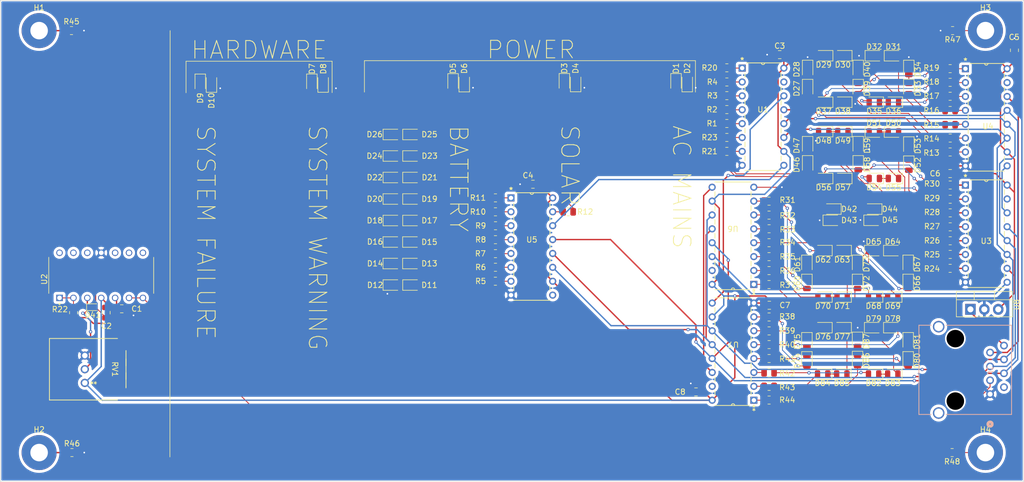
<source format=kicad_pcb>
(kicad_pcb (version 20240108) (generator "pcbnew") (generator_version "8.0")
  (title_block (title "User Display Module") (date "2024-03-26") (company "Open Surgical Light Project - MIT Medical Device Design Spring 2024") (comment 1 "Drawn by: Lydia Patterson"))
  (layers (0 "F.Cu" signal) (31 "B.Cu" signal) (34 "B.Paste" user) (35 "F.Paste" user) (36 "B.SilkS" user "B.Silkscreen") (37 "F.SilkS" user "F.Silkscreen") (38 "B.Mask" user) (39 "F.Mask" user) (44 "Edge.Cuts" user))
  (property "AUTHOR" "Lydia Patterson")
  (property "PROJECT_REVISION" "A01")
  (property "PROJECT_TITLE" "Power Status Indicator & Control Panel")
  (net 0 "")
  (net 1 "Net-(U2B-+)")
  (net 2 "GND")
  (net 3 "Net-(D1-A)")
  (net 4 "Net-(D1-K)")
  (net 5 "Net-(D3-A)")
  (net 6 "Net-(D3-K)")
  (net 7 "Net-(D5-A)")
  (net 8 "Net-(D5-K)")
  (net 9 "Net-(D7-A)")
  (net 10 "Net-(D7-K)")
  (net 11 "Net-(D9-A)")
  (net 12 "Net-(D10-A)")
  (net 13 "Net-(D11-A)")
  (net 14 "Net-(D11-K)")
  (net 15 "Net-(D13-A)")
  (net 16 "Net-(D13-K)")
  (net 17 "Net-(D15-A)")
  (net 18 "Net-(D15-K)")
  (net 19 "Net-(D17-A)")
  (net 20 "Net-(D17-K)")
  (net 21 "Net-(D19-A)")
  (net 22 "Net-(D19-K)")
  (net 23 "Net-(D21-A)")
  (net 24 "Net-(D21-K)")
  (net 25 "Net-(D23-A)")
  (net 26 "Net-(D23-K)")
  (net 27 "Net-(D25-A)")
  (net 28 "Net-(D25-K)")
  (net 29 "Net-(D27-A)")
  (net 30 "Net-(D27-K)")
  (net 31 "Net-(D29-A)")
  (net 32 "Net-(D29-K)")
  (net 33 "Net-(D31-A)")
  (net 34 "Net-(D31-K)")
  (net 35 "Net-(D33-A)")
  (net 36 "Net-(D33-K)")
  (net 37 "Net-(D35-A)")
  (net 38 "Net-(D35-K)")
  (net 39 "Net-(D37-A)")
  (net 40 "Net-(D37-K)")
  (net 41 "Net-(D39-A)")
  (net 42 "Net-(D39-K)")
  (net 43 "Net-(D41-K)")
  (net 44 "Net-(D42-A)")
  (net 45 "Net-(D42-K)")
  (net 46 "Net-(D44-A)")
  (net 47 "DATA")
  (net 49 "/Brightness Dial/Brightness")
  (net 50 "RCLK")
  (net 51 "SRCLK")
  (net 52 "OE")
  (net 53 "Net-(U8-VI)")
  (net 54 "Net-(U1-QH)")
  (net 55 "Net-(U1-QG)")
  (net 56 "Net-(U1-QF)")
  (net 57 "Net-(U1-QE)")
  (net 58 "Net-(U5-QH)")
  (net 59 "Net-(U5-QG)")
  (net 60 "Net-(U5-QF)")
  (net 61 "Net-(U5-QE)")
  (net 62 "Net-(U5-QD)")
  (net 63 "Net-(U5-QC)")
  (net 64 "Net-(U5-QB)")
  (net 65 "Net-(U5-QA)")
  (net 66 "Net-(U4-QH)")
  (net 67 "Net-(U4-QG)")
  (net 68 "Net-(U4-QF)")
  (net 69 "Net-(U4-QE)")
  (net 70 "Net-(U4-QD)")
  (net 71 "Net-(U4-QC)")
  (net 72 "Net-(U4-QB)")
  (net 73 "Net-(U1-QD)")
  (net 74 "Net-(U1-QC)")
  (net 75 "Net-(U2A--)")
  (net 76 "Net-(U1-QB)")
  (net 77 "Net-(U3-QH)")
  (net 78 "Net-(U3-QG)")
  (net 79 "Net-(U3-QF)")
  (net 80 "Net-(U3-QE)")
  (net 81 "Net-(U3-QD)")
  (net 82 "Net-(U3-QC)")
  (net 83 "Net-(U3-QB)")
  (net 84 "Net-(U6-QH)")
  (net 85 "Net-(U6-QG)")
  (net 86 "Net-(U6-QF)")
  (net 87 "Net-(U6-QE)")
  (net 88 "Net-(U6-QD)")
  (net 89 "Net-(U6-QC)")
  (net 90 "Net-(U6-QB)")
  (net 91 "Net-(U7-QH)")
  (net 92 "Net-(U7-QG)")
  (net 93 "Net-(U7-QF)")
  (net 94 "Net-(U7-QE)")
  (net 95 "Net-(U7-QD)")
  (net 96 "Net-(U7-QC)")
  (net 97 "Net-(U7-QB)")
  (net 98 "Net-(H1-Pad1)")
  (net 99 "Net-(H2-Pad1)")
  (net 100 "Net-(H3-Pad1)")
  (net 101 "Net-(H4-Pad1)")
  (net 102 "5V")
  (net 103 "/Battery LEDs/DATA_IN")
  (net 105 "/7-Segment Display 2/DATA_OUT")
  (net 106 "/7-Segment Display 1/DATA_OUT")
  (net 109 "/7-Segment Display 3/DATA_OUT")
  (net 111 "/7-Segment Display 4/DATA_OUT")
  (net 113 "Net-(D44-K)")
  (net 114 "Net-(D46-K)")
  (net 115 "Net-(D46-A)")
  (net 116 "Net-(D48-K)")
  (net 117 "Net-(D48-A)")
  (net 118 "Net-(D50-A)")
  (net 119 "Net-(D50-K)")
  (net 120 "Net-(D52-A)")
  (net 121 "Net-(D52-K)")
  (net 122 "Net-(D54-K)")
  (net 123 "Net-(D54-A)")
  (net 124 "Net-(D56-A)")
  (net 125 "Net-(D56-K)")
  (net 126 "Net-(D58-K)")
  (net 127 "Net-(D58-A)")
  (net 128 "Net-(D60-A)")
  (net 129 "Net-(D60-K)")
  (net 130 "Net-(D62-K)")
  (net 131 "Net-(D62-A)")
  (net 132 "Net-(D64-K)")
  (net 133 "Net-(D64-A)")
  (net 134 "Net-(D66-A)")
  (net 135 "Net-(D66-K)")
  (net 136 "Net-(D68-K)")
  (net 137 "Net-(D68-A)")
  (net 138 "Net-(D70-A)")
  (net 139 "Net-(D70-K)")
  (net 140 "Net-(D72-K)")
  (net 141 "Net-(D72-A)")
  (net 142 "Net-(D74-A)")
  (net 143 "Net-(D74-K)")
  (net 144 "Net-(D76-A)")
  (net 145 "Net-(D76-K)")
  (net 146 "Net-(D78-K)")
  (net 147 "Net-(D78-A)")
  (net 148 "Net-(D80-K)")
  (net 149 "Net-(D80-A)")
  (net 150 "Net-(D82-A)")
  (net 151 "Net-(D82-K)")
  (net 152 "Net-(D84-K)")
  (net 153 "Net-(D84-A)")
  (net 154 "Net-(D86-A)")
  (net 155 "Net-(D86-K)")
  (net 156 "/Battery LEDs/DATA_OUT")
  (footprint "LED_SMD:LED_0805_2012Metric" (layer "F.Cu") (at 112.1 59.37143)
    (property "Reference" "D22")
    (property "Value" "BAT1" (hide yes))
  )
  (footprint "LED_SMD:LED_0805_2012Metric" (layer "F.Cu") (at 206.5 43.1 -90)
    (property "Reference" "D33")
    (property "Value" "SEG4" (hide yes))
  )
  (footprint "LED_SMD:LED_0805_2012Metric" (layer "F.Cu") (at 112.1 55.435716)
    (property "Reference" "D24")
    (property "Value" "BAT1" (hide yes))
  )
  (footprint "LED_SMD:LED_0805_2012Metric" (layer "F.Cu") (at 79.05 42.1 90)
    (property "Reference" "D10")
    (property "Value" "BAT3" (hide yes))
  )
  (footprint "LED_SMD:LED_0805_2012Metric" (layer "F.Cu") (at 203.5625 72.75)
    (property "Reference" "D64")
    (property "Value" "SEG5" (hide yes))
  )
  (footprint "Resistor_SMD:R_0805_2012Metric" (layer "F.Cu") (at 180.96 97.59)
    (property "Reference" "R43")
    (property "Value" "R_US" (hide yes))
  )
  (footprint "LED_SMD:LED_0805_2012Metric" (layer "F.Cu") (at 206.375 89.4125 -90)
    (property "Reference" "D81")
    (property "Value" "BAT1" (hide yes))
  )
  (footprint "LED_SMD:LED_0805_2012Metric" (layer "F.Cu") (at 194.25 95.35 180)
    (property "Reference" "D85")
    (property "Value" "BAT1" (hide yes))
  )
  (footprint "LED_SMD:LED_0805_2012Metric" (layer "F.Cu") (at 115.6875 79.05)
    (property "Reference" "D11")
    (property "Value" "BAT8" (hide yes))
  )
  (footprint "LED_SMD:LED_0805_2012Metric" (layer "F.Cu") (at 206.375 78.75 -90)
    (property "Reference" "D66")
    (property "Value" "SEG4" (hide yes))
  )
  (footprint "LED_SMD:LED_0805_2012Metric" (layer "F.Cu") (at 197.125 92.85 -90)
    (property "Reference" "D86")
    (property "Value" "SEG1" (hide yes))
  )
  (footprint "LED_SMD:LED_0805_2012Metric" (layer "F.Cu") (at 200.0625 86.85)
    (property "Reference" "D79")
    (property "Value" "BAT1" (hide yes))
  )
  (footprint "LED_SMD:LED_0805_2012Metric" (layer "F.Cu") (at 112.1 51.5)
    (property "Reference" "D26")
    (property "Value" "BAT1" (hide yes))
  )
  (footprint "Resistor_SMD:R_0805_2012Metric" (layer "F.Cu") (at 130.95 75.8 180)
    (property "Reference" "R6")
    (property "Value" "R_US" (hide yes))
  )
  (footprint "Resistor_SMD:R_0805_2012Metric" (layer "F.Cu") (at 53.55 109.7)
    (property "Reference" "R46")
    (property "Value" "1M")
  )
  (footprint "LED_SMD:LED_0805_2012Metric" (layer "F.Cu") (at 77 42.14 -90)
    (property "Reference" "D9")
    (property "Value" "SYS FAIL")
  )
  (footprint "LED_SMD:LED_0805_2012Metric" (layer "F.Cu") (at 190.8125 81.25 180)
    (property "Reference" "D70")
    (property "Value" "SEG2" (hide yes))
  )
  (footprint "LED_SMD:LED_0805_2012Metric" (layer "F.Cu") (at 190.9375 50.9875 180)
    (property "Reference" "D48")
    (property "Value" "SEG6" (hide yes))
  )
  (footprint "LED_SMD:LED_0805_2012Metric" (layer "F.Cu") (at 145.6 42 90)
    (property "Reference" "D4")
    (property "Value" "BATTERY" (hide yes))
  )
  (footprint "LED_SMD:LED_0805_2012Metric" (layer "F.Cu") (at 206.5 39.6 -90)
    (property "Reference" "D34")
    (property "Value" "BAT1" (hide yes))
  )
  (footprint "LED_SMD:LED_0805_2012Metric" (layer "F.Cu") (at 166 42.009048 90)
    (property "Reference" "D2")
    (property "Value" "MAINS" (hide yes))
  )
  (footprint "Capacitor_SMD:C_0805_2012Metric" (layer "F.Cu") (at 62.65 83.4)
    (property "Reference" "C1")
    (property "Value" "10µ")
  )
  (footprint "Resistor_SMD:R_0805_2012Metric" (layer "F.Cu") (at 214.05 49.71 180)
    (property "Reference" "R15")
    (property "Value" "R_US" (hide yes))
  )
  (footprint "LED_SMD:LED_0805_2012Metric" (layer "F.Cu") (at 203.6875 45.6 180)
    (property "Reference" "D36")
    (property "Value" "BAT1" (hide yes))
  )
  (footprint "LED_SMD:LED_0805_2012Metric" (layer "F.Cu") (at 190.8125 72.75 180)
    (property "Reference" "D62")
    (property "Value" "SEG6" (hide yes))
  )
  (footprint "MountingHole:MountingHole_3.2mm_M3_Pad" (layer "F.Cu") (at 47.55 32.5)
    (property "Reference" "H1")
    (property "Value" "MountingHole_Pad")
  )
  (footprint "LED_SMD:LED_0805_2012Metric" (layer "F.Cu") (at 200.1875 37.1)
    (property "Reference" "D32")
    (property "Value" "BAT1" (hide yes))
  )
  (footprint "Resistor_SMD:R_0805_2012Metric" (layer "F.Cu") (at 53.4625 32.5)
    (property "Reference" "R45")
    (property "Value" "1M")
  )
  (footprint "Capacitor_SMD:C_0805_2012Metric" (layer "F.Cu") (at 167.6 98.6 180)
    (property "Reference" "C8")
    (property "Value" "C" (hide yes))
  )
  (footprint "LED_SMD:LED_0805_2012Metric" (layer "F.Cu") (at 200.0625 72.75)
    (property "Reference" "D65")
    (property "Value" "BAT1" (hide yes))
  )
  (footprint "Capacitor_SMD:C_0805_2012Metric" (layer "F.Cu") (at 59.8 84.1 -90)
    (property "Reference" "C2")
    (property "Value" "C" (hide yes))
  )
  (footprint "LED_SMD:LED_0805_2012Metric" (layer "F.Cu") (at 200.1875 45.6 180)
    (property "Reference" "D35")
    (property "Value" "SEG3" (hide yes))
  )
  (footprint "Resistor_SMD:R_0805_2012Metric" (layer "F.Cu") (at 180.95 66.250563)
    (property "Reference" "R32")
    (property "Value" "R_US" (hide yes))
  )
  (footprint "LED_SMD:LED_0805_2012Metric" (layer "F.Cu") (at 192.501191 67.2)
    (property "Reference" "D43")
    (property "Value" "BAT3" (hide yes))
  )
  (footprint "LED_SMD:LED_0805_2012Metric" (layer "F.Cu") (at 125.25 42.0225 90)
    (property "Reference" "D6")
    (property "Value" "BAT7" (hide yes))
  )
  (footprint "LED_SMD:LED_0805_2012Metric" (layer "F.Cu") (at 192.451191 65.15 180)
    (property "Reference" "D42")
    (property "Value" "COL2")
  )
  (footprint "LED_SMD:LED_0805_2012Metric" (layer "F.Cu") (at 190.9375 37.1 180)
    (property "Reference" "D29")
    (property "Value" "SEG6" (hide yes))
  )
  (footprint "Resistor_SMD:R_0805_2012Metric" (layer "F.Cu") (at 130.95 70.75 180)
    (property "Reference" "R8")
    (property "Value" "R_US" (hide yes))
  )
  (footprint "LED_SMD:LED_0805_2012Metric" (layer "F.Cu") (at 115.675 75.114286)
    (property "Reference" "D13")
    (property "Value" "BAT7" (hide yes))
  )
  (footprint "LED_SMD:LED_0805_2012Metric" (layer "F.Cu") (at 200.0625 95.35 180)
    (property "Reference" "D82")
    (property "Value" "SEG3" (hide yes))
  )
  (footprint "LED_SMD:LED_0805_2012Metric" (layer "F.Cu") (at 197.125 89.35 -90)
    (property "Reference" "D87")
    (property "Value" "BAT1" (hide yes))
  )
  (footprint "Resistor_SMD:R_0805_2012Metric" (layer "F.Cu") (at 180.95 73.850563)
    (property "Reference" "R35")
    (property "Value" "R_US" (hide yes))
  )
  (footprint "Resistor_SMD:R_0805_2012Metric" (layer "F.Cu") (at 130.9375 78.35 180)
    (property "Reference" "R5")
    (property "Value" "R_US" (hide yes))
  )
  (footprint "Resistor_SMD:R_0805_2012Metric" (layer "F.Cu") (at 180.95 63.700563)
    (property "Reference" "R31")
    (property "Value" "R_US" (hide yes))
  )
  (footprint "Resistor_SMD:R_0805_2012Metric" (layer "F.Cu") (at 180.9625 68.750563)
    (property "Reference" "R33")
    (property "Value" "R_US" (hide yes))
  )
  (footprint "Resistor_SMD:R_0805_2012Metric" (layer "F.Cu") (at 214.06375 60.75 180)
    (property "Reference" "R30")
    (property "Value" "R_US" (hide yes))
  )
  (footprint "LED_SMD:LED_0805_2012Metric" (layer "F.Cu") (at 188 53.55 -90)
    (property "Reference" "D47")
    (property "Value" "BAT1" (hide yes))
  )
  (footprint "LED_SMD:LED_0805_2012Metric" (layer "F.Cu") (at 194.3125 72.75 180)
    (property "Reference" "D63")
    (property "Value" "BAT1" (hide yes))
  )
  (footprint "Resistor_SMD:R_0805_2012Metric" (layer "F.Cu") (at 214.5 32.5 180)
    (property "Reference" "R47")
    (property "Value" "1M")
  )
  (footprint "LED_SMD:LED_0805_2012Metric" (layer "F.Cu") (at 194.4375 45.6 180)
    (property "Reference" "D38")
    (property "Value" "BAT1" (hide yes))
  )
  (footprint "Resistor_SMD:R_0805_2012Metric" (layer "F.Cu") (at 214.06375 68.4 180)
    (property "Reference" "R27")
    (property "Value" "R_US" (hide yes))
  )
  (footprint "Diode_SMD:Nexperia_DSN1608-2_1.6x0.8mm" (layer "F.Cu") (at 57.25 83.1)
    (property "Reference" "D41")
    (property "Value" "PTVS5V0Z1USK" (hide yes))
  )
  (footprint "Resistor_SMD:R_0805_2012Metric" (layer "F.Cu") (at 173.2375 49.5 180)
    (property "Reference" "R1")
    (property "Value" "R_US" (hide yes))
  )
  (footprint "Resistor_SMD:R_0805_2012Metric" (layer "F.Cu") (at 173.2375 54.6 180)
    (property "Reference" "R21")
    (property "Value" "R_US" (hide yes))
  )
  (footprint "LED_SMD:LED_0805_2012Metric" (layer "F.Cu") (at 112.1 63.307144)
    (property "Reference" "D20")
    (property "Value" "BAT1" (hide yes))
  )
  (footprint "LED_SMD:LED_0805_2012Metric" (layer "F.Cu") (at 115.675 71.178572)
    (property "Reference" "D15")
    (property "Value" "BAT6" (hide yes))
  )
  (footprint "Resistor_SMD:R_0805_2012Metric" (layer "F.Cu") (at 180.95 76.400563)
    (property "Reference" "R36")
    (property "Value" "R_US" (hide yes))
  )
  (footprint "LED_SMD:LED_0805_2012Metric" (layer "F.Cu") (at 194.4375 50.9875 180)
    (property "Reference" "D49")
    (property "Value" "BAT1" (hide yes))
  )
  (footprint "LED_SMD:LED_0805_2012Metric" (layer "F.Cu") (at 197.125 75.25 -90)
    (property "Reference" "D73")
    (property "Value" "BAT1" (hide yes))
  )
  (footprint "LED_SMD:LED_0805_2012Metric" (layer "F.Cu") (at 112.0875 71.178572)
    (property "Reference" "D16")
    (property "Value" "BAT1" (hide yes))
  )
  (footprint "LED_SMD:LED_0805_2012Metric" (layer "F.Cu") (at 200.1875 51.05)
    (property "Reference" "D51")
    (property "Value" "BAT1" (hide yes))
  )
  (footprint "Resistor_SMD:R_0805_2012Metric" (layer "F.Cu") (at 173.2375 41.9 180)
    (property "Reference" "R4")
    (property "Value" "R_US" (hide yes))
  )
  (footprint "LED_SMD:LED_0805_2012Metric" (layer "F.Cu") (at 197.25 57.05 -90)
    (property "Reference" "D58")
    (property "Value" "SEG1" (hide yes))
  )
  (footprint "Resistor_SMD:R_0805_2012Metric" (layer "F.Cu") (at 173.2375 39.3 180)
    (property "Reference" "R20")
    (property "Value" "R_US" (hide yes))
  )
  (footprint "LED_SMD:LED_0805_2012Metric" (layer "F.Cu") (at 203.5625 95.35 180)
    (property "Reference" "D83")
    (property "Value" "BAT1" (hide yes))
  )
  (footprint "LED_SMD:LED_0805_2012Metric" (layer "F.Cu") (at 190.9375 45.6 180)
    (property "Reference" "D37")
    (property "Value" "SEG2" (hide yes))
  )
  (footprint "LED_SMD:LED_0805_2012Metric" (layer "F.Cu") (at 187.875 89.4125 -90)
    (property "Reference" "D75")
    (property "Value" "BAT1" (hide yes))
  )
  (footprint "LED_SMD:LED_0805_2012Metric" (layer "F.Cu") (at 112.0875 75.114286)
    (property "Reference" "D14")
    (property "Value" "BAT1" (hide yes))
  )
  (footprint "LED_SMD:LED_0805_2012Metric" (layer "F.Cu") (at 115.6875 51.5)
    (property "Reference" "D25")
    (property "Value" "BAT1" (hide yes))
  )
  (footprint "LED_SMD:LED_0805_2012Metric" (layer "F.Cu") (at 206.5 53.6125 -90)
    (property "Reference" "D53")
    (property "Value" "BAT1" (hide yes))
  )
  (footprint "LED_SMD:LED_0805_2012Metric" (layer "F.Cu") (at 99.45 42.09 90)
    (property "Reference" "D8")
    (property "Value" "BAT5" (hide yes))
  )
  (footprint "LED_SMD:LED_0805_2012Metric" (layer "F.Cu") (at 187.875 92.9125 -90)
    (property "Reference" "D74")
    (property "Value" "SEG7" (hide yes))
  )
  (footprint "LED_SMD:LED_0805_2012Metric" (layer "F.Cu") (at 203.6875 37.1)
    (property "Reference" "D31")
    (property "Value" "SEG5" (hide yes))
  )
  (footprint "LED_SMD:LED_0805_2012Metric" (layer "F.Cu") (at 200.0625 81.25 180)
    (property "Reference" "D68")
    (property "Value" "SEG3" (hide yes))
  )
  (footprint "Resistor_SMD:R_0805_2012Metric" (layer "F.Cu") (at 214.4125 109.7 180)
    (property "Reference" "R48")
    (property "Value" "1M")
  )
  (footprint "LED_SMD:LED_0805_2012Metric" (layer "F.Cu") (at 115.6875 63.307144)
    (property "Reference" "D19")
    (property "Value" "BAT4" (hide yes))
  )
  (footprint "Resistor_SMD:R_0805_2012Metric" (layer "F.Cu") (at 214.05 44.51 180)
    (property "Reference" "R17")
    (property "Value" "R_US" (hide yes))
  )
  (footprint "Resistor_SMD:R_0805_2012Metric" (layer "F.Cu") (at 130.9625 68.2 180)
    (property "Reference" "R9")
    (property "Value" "R_US" (hide yes))
  )
  (footprint "Resistor_SMD:R_0805_2012Metric" (layer "F.Cu") (at 130.95 73.3 180)
    (property "Reference" "R7")
    (property "Value" "R_US" (hide yes))
  )
  (footprint "LED_SMD:LED_0805_2012Metric" (layer "F.Cu") (at 206.5 57.1125 -90)
    (property "Reference" "D52")
    (property "Value" "SEG4" (hide yes))
  )
  (footprint "Resistor_SMD:R_0805_2012Metric" (layer "F.Cu") (at 214.05 39.46 180)
    (property "Reference" "R19")
    (property "Value" "R_US" (hide yes))
  )
  (footprint "LED_SMD:LED_0805_2012Metric" (layer "F.Cu") (at 203.6875 59.55 180)
    (property "Reference" "D55")
    (property "Value" "BAT1" (hide yes))
  )
  (footprint "Resistor_SMD:R_0805_2012Metric" (layer "F.Cu") (at 173.2375 46.95 180)
    (property "Reference" "R2")
    (property "Value" "R_US" (hide yes))
  )
  (footprint "Resistor_SMD:R_0805_2012Metric" (layer "F.Cu") (at 214.05 47.11 180)
    (property "Reference" "R16")
    (property "Value" "R_US" (hide yes))
  )
  (footprint "LED_SMD:LED_0805_2012Metric" (layer "F.Cu") (at 188 43.1 -90)
    (property "Reference" "D27")
    (property "Value" "SEG7" (hide yes))
  )
  (footprint "LED_SMD:LED_0805_2012Metric" (layer "F.Cu") (at 206.375 75.25 -90)
    (property "Reference" "D67")
    (property "Value" "BAT1" (hide yes))
  )
  (footprint "Potentiometer_THT:Potentiometer_Rotary" (layer "F.Cu") (at 55.9 96.95 -90)
    (property "Reference" "RV1")
    (property "Value" "10K")
  )
  (footprint "LED_SMD:LED_0805_2012Metric" (layer "F.Cu") (at 203.5625 81.25 180)
    (property "Reference" "D69")
    (property "Value" "BAT1" (hide yes))
  )
  (footprint "LED_SMD:LED_0805_2012Metric" (layer "F.Cu") (at 197.125 78.75 -90)
    (property "Reference" "D72")
    (property "Value" "SEG1" (hide yes))
  )
  (footprint "ImportedFootprints:LM324N" (layer "F.Cu") (at 58.9 77.2737 90)
    (property "Reference" "U2")
    (property "Value" "LM324")
  )
  (footprint "LED_SMD:LED_0805_2012Metric" (layer "F.Cu") (at 199.951191 67.2)
    (property "Reference" "D45")
    (property "Value" "BAT3" (hide yes))
  )
  (footprint "Capacitor_SMD:C_0805_2012Metric" (layer "F.Cu") (at 181 82.75 180)
    (property "Reference" "C7")
    (property "Value" "C" (hide yes))
  )
  (footprint "LED_SMD:LED_0805_2012Metric" (layer "F.Cu") (at 188 39.6 -90)
    (property "Reference" "D28")
    (property "Value" "BAT1" (hide yes))
  )
  (footprint "LED_SMD:LED_0805_2012Metric" (layer "F.Cu") (at 187.875 78.75 -90)
    (property "Reference" "D60")
    (property "Value" "SEG7" (hide yes))
  )
  (footprint "MountingHole:MountingHole_3.2mm_M3_Pad" (layer "F.Cu") (at 47.55 109.7)
    (property "Reference" "H2")
    (property "Value" "MountingHole_Pad")
  )
  (footprint "LED_SMD:LED_0805_2012Metric" (layer "F.Cu") (at 197.25 43.1 -90)
    (property "Reference" "D39")
    (property "Value" "SEG1" (hide yes))
  )
  (footprint "Resistor_SMD:R_0805_2012Metric" (layer "F.Cu") (at 180.96 92.49)
    (property "Reference" "R41")
    (property "Value" "R_US" (hide yes))
  )
  (footprint "LED_SMD:LED_0805_2012Metric" (layer "F.Cu") (at 194.3125 81.25 180)
    (property "Reference" "D71")
    (property "Value" "BAT1" (hide yes))
  )
  (footprint "LED_SMD:LED_0805_2012Metric" (layer "F.Cu") (at 115.6875 59.37143)
    (property "Reference" "D21")
    (property "Value" "BAT3" (hide yes))
  )
  (footprint "MountingHole:MountingHole_3.2mm_M3_Pad" (layer "F.Cu") (at 220.5 109.7)
    (property "Reference" "H4")
    (property "Value" "MountingHole_Pad")
  )
  (footprint "Resistor_SMD:R_0805_2012Metric" (layer "F.Cu") (at 180.96 87.44)
    (property "Reference" "R39")
    (property "Value" "R_US" (hide yes))
  )
  (footprint "ImportedFootprints:CD74HC595E" (layer "F.Cu") (at 224.4625 57.25)
    (property "Reference" "U4")
    (property "Value" "74HC595")
  )
  (footprint "Resistor_SMD:R_0805_2012Metric" (layer "F.Cu") (at 180.96 95.09)
    (property "Reference" "R42")
    (property "Value" "R_US" (hide yes))
  )
  (footprint "LED_SMD:LED_0805_2012Metric" (layer "F.Cu") (at 199.901191 65.15 180)
    (property "Reference" "D44")
    (property "Value" "COL1")
  )
  (footprint "LED_SMD:LED_0805_2012Metric" (layer "F.Cu") (at 112.1 79.05)
    (property "Reference" "D12")
    (property "Value" "BAT1" (hide yes))
  )
  (footprint "Capacitor_SMD:C_0805_2012Metric" (layer "F.Cu") (at 137.8 60.6 180)
    (property "Reference" "C4")
    (property "Value" "C" (hide yes))
  )
  (footprint "LED_SMD:LED_0805_2012Metric" (layer "F.Cu") (at 206.375 92.9125 -90)
    (property "Reference" "D80")
    (property "Value" "SEG4" (hide yes))
  )
  (footprint "Resistor_SMD:R_0805_2012Metric" (layer "F.Cu") (at 214.06375 73.45 180)
    (property "Reference" "R25")
    (property "Value" "R_US" (hide yes))
  )
  (footprint "LED_SMD:LED_0805_2012Metric" (layer "F.Cu") (at 197.25 53.55 -90)
    (property "Reference" "D59")
    (property "Value" "BAT1" (hide yes))
  )
  (footprint "LED_SMD:LED_0805_2012Metric" (layer "F.Cu") (at 187.875 75.25 -90)
    (property "Reference" "D61")
    (property "Value" "BAT1" (hide yes))
  )
  (footprint "LED_SMD:LED_0805_2012Metric" (layer "F.Cu") (at 190.9375 59.55 180)
    (property "Reference" "D56")
    (property "Value" "SEG2" (hide yes))
  )
  (footprint "ImportedFootprints:CD74HC595E" (layer "F.Cu") (at 224.46375 78.54)
    (property "Reference" "U3")
    (property "Value" "74HC595")
  )
  (footprint "Resistor_SMD:R_0805_2012Metric" (layer "F.Cu") (at 173.2375 44.4 180)
    (property "Reference" "R3")
    (property "Value" "R_US" (hide yes))
  )
  (footprint "ImportedFootprints:CD74HC595E" (layer "F.Cu") (at 170.56 82.34 180)
    (property "Reference" "U7")
    (property "Value" "74HC595")
  )
  (footprint "Resistor_SMD:R_0805_2012Metric" (layer "F.Cu") (at 180.95 71.300563)
    (property "Reference" "R34")
    (property "Value" "R_US" (hide yes))
  )
  (footprint "ImportedFootprints:CD74HC595E" (layer "F.Cu") (at 183.66 57.14)
    (property "Reference" "U1")
    (property "Value" "74HC595")
  )
  (footprint "Resistor_SMD:R_0805_2012Metric" (layer "F.Cu") (at 214.05 41.96 180)
    (property "Reference" "R18")
    (property "Value" "R_US" (hide yes))
  )
  (footprint "LED_SMD:LED_0805_2012Metric" (layer "F.Cu") (at 97.4 42.13 -90)
    (property "Reference" "D7")
    (property "Value" "SYS WARN")
  )
  (footprint "LED_SMD:LED_0805_2012Metric" (layer "F.Cu") (at 190.8125 86.85 180)
    (property "Reference" "D76")
    (property "Value" "SEG6" (hide yes))
  )
  (footprint "Resistor_SMD:R_0805_2012Metric" (layer "F.Cu") (at 180.96 89.94)
    (property "Reference" "R40")
    (property "Value" "R_US" (hide yes))
  )
  (footprint "LED_SMD:LED_0805_2012Metric" (layer "F.Cu") (at 115.6875 67.242858)
    (property "Reference" "D17")
    (property "Value" "BAT5" (hide yes))
  )
  (footprint "Resistor_SMD:R_0805_2012Metric" (layer "F.Cu") (at 130.95 65.65 180)
    (property "Reference" "R10")
    (property "Value" "R_US" (hide yes))
  )
  (footprint "LED_SMD:LED_0805_2012Metric" (layer "F.Cu") (at 112.1 67.242858)
    (property "Reference" "D18")
    (property "Value" "BAT1" (hide yes))
  )
  (footprint "Resistor_SMD:R_0805_2012Metric" (layer "F.Cu") (at 180.96 100.09)
    (property "Reference" "R44")
    (property "Value" "R_US" (hide yes))
  )
  (footprint "Resistor_SMD:R_0805_2012Metric" (layer "F.Cu") (at 214.06375 70.95 180)
    (property "Reference" "R26")
    (property "Value" "R_US" (hide yes))
  )
  (footprint "Capacitor_SMD:C_0805_2012Metric" (layer "F.Cu") (at 214.05 58.65 180)
    (property "Reference" "C6")
    (property "Value" "C" (hide yes))
  )
  (footprint "Resistor_SMD:R_0805_2012Metric" (layer "F.Cu") (at 180.96 84.89)
    (property "Reference" "R38")
    (property "Value" "R_US" (hide yes))
  )
  (footprint "LED_SMD:LED_0805_2012Metric" (layer "F.Cu") (at 143.55 42.04 -90)
    (property "Reference" "D3")
    (property "Value" "SOLAR")
  )
  (footprint "Resistor_SMD:R_0805_2012Metric" (layer "F.Cu") (at 53.85 84.1 -90)
    (property "Reference" "R22")
    (property "Value" "16k")
  )
  (footprint "ImportedFootprints:CD74HC595E" (layer "F.Cu") (at 141.41 80.89)
    (property "Reference" "U5")
    (property "Value" "74HC595")
  )
  (footprint "ImportedFootprints:CD74HC595E" (layer "F.Cu") (at 170.55 61.15 180)
    (property "Reference" "U6")
    (property "Value" "74HC595")
  )
  (footprint "LED_SMD:LED_0805_2012Metric" (layer "F.Cu") (at 123.2 42.0625 -90)
    (property "Reference" "D5")
    (property "Value" "BATTERY")
  )
  (footprint "Capacitor_SMD:C_0805_2012Metric" (layer "F.Cu") (at 225.8 36.1 90)
    (property "Reference" "C5")
    (property "Value" "C" (hide yes))
  )
  (footprint "Resistor_SMD:R_0805_2012Metric" (layer "F.Cu") (at 214.05 54.71 180)
    (property "Reference" "R13")
    (property "Value" "R_US" (hide yes))
  )
  (footprint "LED_SMD:LED_0805_2012Metric" (layer "F.Cu") (at 188 57.05 -90)
    (property "Reference" "D46")
    (property "Value" "SEG7" (hide yes))
  )
  (footprint "LED_SMD:LED_0805_2012Metric" (layer "F.Cu") (at 194.4375 59.55 180)
    (property "Reference" "D57")
    (property "Value" "BAT1" (hide yes))
  )
  (footprint "LED_SMD:LED_0805_2012Metric" (layer "F.Cu") (at 203.5625 86.85)
    (property "Reference" "D78")
    (property "Value" "SEG5" (hide yes))
  )
  (footprint "Resistor_SMD:R_0805_2012Metric" (layer "F.Cu") (at 214.05125 76 180)
    (property "Reference" "R24")
    (property "Value" "R_US" (hide yes))
  )
  (footprint "LED_SMD:LED_0805_2012Metric" (layer "F.Cu") (at 200.1875 59.55 180)
    (property "Reference" "D54")
    (property "Value" "SEG3" (hide yes))
  )
  (footprint "Resistor_SMD:R_0805_2012Metric" (layer "F.Cu") (at 214.0625 52.16 180)
    (property "Reference" "R14")
    (property "Value" "R_US" (hide yes))
  )
  (footprint "LED_SMD:LED_0805_2012Metric" (layer "F.Cu") (at 115.6875 55.435716)
    (property "Reference" "D23")
    (property "Value" "BAT2" (hide yes))
  )
  (footprint "MountingHole:MountingHole_3.2mm_M3_Pad" (layer "F.Cu") (at 220.5 32.5)
    (property "Reference" "H3")
    (property "Value" "MountingHole_Pad")
  )
  (footprint "Resistor_SMD:R_0805_2012Metric" (layer "F.Cu") (at 214.06375 65.85 180)
    (property "Reference" "R28")
    (property "Value" "R_US" (hide yes))
  )
  (footprint "LED_SMD:LED_0805_2012Metric" (layer "F.Cu") (at 194.4375 37.1 180)
    (property "Reference" "D30")
    (property "Value" "BAT1" (hide yes))
  )
  (footprint "LED_SMD:LED_0805_2012Metric" (layer "F.Cu") (at 203.6875 51.05)
    (property "Reference" "D50")
    (property "Value" "SEG5" (hide yes))
  )
  (footprint "Resistor_SMD:R_0805_2012Metric" (layer "F.Cu") (at 144.2375 65.65)
    (property "Reference" "R12")
    (property "Value" "R_US" (hide yes))
  )
  (footprint "Resistor_SMD:R_0805_2012Metric" (layer "F.Cu") (at 173.2375 52.05 180)
    (property "Reference" "R23")
    (property "Value" "R_US" (hide yes))
  )
  (footprint "Resistor_SMD:R_0805_2012Metric" (layer "F.Cu") (at 214.06375 63.35 180)
    (property "Reference" "R29")
    (property "Value" "R_US" (hide yes))
  )
  (footprint "Package_TO_SOT_THT:TO-220-3_Vertical" (layer "F.Cu") (at 217.76 83.495)
    (property "Reference" "U8")
    (property "Value" "LM7805_TO220" (hide yes))
  )
  (footprint "Resistor_SMD:R_0805_2012Metric" (layer "F.Cu") (at 130.95 63.1 180)
    (property "Reference" "R11")
    (property "Value" "R_US" (hide yes))
  )
  (footprint "Resistor_SMD:R_0805_2012Metric" (layer "F.Cu") (at 180.95 78.950563)
    (property "Reference" "R37")
    (property "Value" "R_US" (hide yes))
  )
  (footprint "LED_SMD:LED_0805_2012Metric" (layer "F.Cu") (at 163.95 42.049048 -90)
    (property "Reference" "D1")
    (property "Value" "MAINS")
  )
  (footprint "Capacitor_SMD:C_0805_2012Metric" (layer "F.Cu") (at 182.9 36.9 180)
    (property "Reference" "C3")
    (property "Value" "C" (hide yes))
  )
  (footprint "LED_SMD:LED_0805_2012Metric" (layer "F.Cu") (at 194.3125 86.85 180)
    (property "Reference" "D77")
    (property "Value" "BAT1" (hide yes))
  )
  (footprint "LED_SMD:LED_0805_2012Metric" (layer "F.Cu") (at 190.75 95.35 180)
    (property "Reference" "D84")
    (property "Value" "SEG2" (hide yes))
  )
  (footprint "LED_SMD:LED_0805_2012Metric" (layer "F.Cu") (at 197.25 39.6 -90)
    (property "Reference" "D40")
    (property "Value" "BAT1" (hide yes))
  )
  (footprint "Connector_RJ:RJ45_Shielded_EthernetJack" (layer "B.Cu") (at 221.35 99.01 90)
    (property "Reference" "J1")
    (property "Value" "RJ45_Shielded")
  )
  (gr_line (start 101.1 38.1) (end 74.4 38.1) (stroke (width 0.12)) (layer "F.SilkS"))
  (gr_line (start 71.5 32.5) (end 71.45 110.5) (stroke (width 0.12)) (layer "F.SilkS"))
  (gr_line (start 74.4 38.125) (end 74.4 43.875) (stroke (width 0.12)) (layer "F.SilkS"))
  (gr_line (start 107 38) (end 107 43.75) (stroke (width 0.12)) (layer "F.SilkS"))
  (gr_line (start 107 38) (end 167.5 38) (stroke (width 0.12)) (layer "F.SilkS"))
  (gr_line (start 101.1 38.1) (end 101.1 43.85) (stroke (width 0.12)) (layer "F.SilkS"))
  (gr_line (start 167.5 38) (end 167.5 43.75) (stroke (width 0.12)) (layer "F.SilkS"))
  (gr_rect (start 40.45 26.95) (end 227.5 115) (stroke (width 0.1)) (fill none) (layer "Edge.Cuts"))
  (gr_text "SYSTEM FAILURE" (at 78 49.69 270) (layer "F.SilkS") (effects (font (size 3.2 3.2) (thickness 0.16) (bold yes)) (justify left)))
  (gr_text "SOLAR" (at 144.55 49.6 270) (layer "F.SilkS") (effects (font (size 3.2 3.2) (thickness 0.16) (bold yes)) (justify left)))
  (gr_text "HARDWARE" (at 75.15 36.05 0) (layer "F.SilkS") (effects (font (size 3.2 3.2) (thickness 0.16) (bold yes)) (justify left)))
  (gr_text "BATTERY" (at 124.2 49.65 270) (layer "F.SilkS") (effects (font (size 3.2 3.2) (thickness 0.16) (bold yes)) (justify left)))
  (gr_text "SYSTEM WARNING" (at 98.4 49.64 270) (layer "F.SilkS") (effects (font (size 3.2 3.2) (thickness 0.16) (bold yes)) (justify left)))
  (gr_text "POWER" (at 129.2 36 0) (layer "F.SilkS") (effects (font (size 3.2 3.2) (thickness 0.16) (bold yes)) (justify left)))
  (gr_text "AC MAINS" (at 164.95 49.65 270) (layer "F.SilkS") (effects (font (size 3.2 3.2) (thickness 0.16) (bold yes)) (justify left)))
  (segment (start 61.7 81.6612) (end 61.44 81.4012) (width 0.25) (layer "F.Cu") (net 1))
  (segment (start 57.425 86.05) (end 60.8 86.05) (width 0.25) (layer "F.Cu") (net 1))
  (segment (start 61.7 83.4) (end 61.7 81.6612) (width 0.25) (layer "F.Cu") (net 1))
  (segment (start 53.85 85.0125) (end 56.3875 85.0125) (width 0.25) (layer "F.Cu") (net 1))
  (segment (start 60.8 86.05) (end 61.7 85.15) (width 0.25) (layer "F.Cu") (net 1))
  (segment (start 56.3875 85.0125) (end 57.425 86.05) (width 0.25) (layer "F.Cu") (net 1))
  (segment (start 61.7 85.15) (end 61.7 83.4) (width 0.25) (layer "F.Cu") (net 1))
  (segment (start 195.375 45.6) (end 196.4 45.6) (width 0.153) (layer "F.Cu") (net 2))
  (segment (start 195.625 50.9875) (end 195.375 50.9875) (width 0.153) (layer "F.Cu") (net 2))
  (segment (start 111.1625 75.126786) (end 111.15 75.114286) (width 0.153) (layer "F.Cu") (net 2))
  (segment (start 204.625 59.55) (end 199.25 54.175) (width 0.153) (layer "F.Cu") (net 2))
  (segment (start 197.5625 74.3125) (end 197.125 74.3125) (width 0.153) (layer "F.Cu") (net 2))
  (segment (start 199.125 71.925) (end 198.25 71.05) (width 0.153) (layer "F.Cu") (net 2))
  (segment (start 216.8425 57.25) (end 214.5 57.25) (width 0.25) (layer "F.Cu") (net 2))
  (segment (start 166.65 98.6) (end 166.65 97.05) (width 0.153) (layer "F.Cu") (net 2))
  (segment (start 195.375 59.55) (end 195.375 58.525) (width 0.153) (layer "F.Cu") (net 2))
  (segment (start 195.5625 86.85) (end 195.25 86.85) (width 0.153) (layer "F.Cu") (net 2))
  (segment (start 195.5625 72.75) (end 195.25 72.75) (width 0.153) (layer "F.Cu") (net 2))
  (segment (start 199.125 72.75) (end 197.5625 74.3125) (width 0.153) (layer "F.Cu") (net 2))
  (segment (start 111.1625 63.307144) (end 111.1625 59.37143) (width 0.153) (layer "F.Cu") (net 2))
  (segment (start 199.125 86.85) (end 203.4045 91.1295) (width 0.153) (layer "F.Cu") (net 2))
  (segment (start 199.1875 50.9875) (end 199.25 51.05) (width 0.153) (layer "F.Cu") (net 2))
  (segment (start 204.625 44.900001) (end 199.25 39.525001) (width 0.153) (layer "F.Cu") (net 2))
  (segment (start 111.1625 79.05) (end 111.1625 75.126786) (width 0.153) (layer "F.Cu") (net 2))
  (segment (start 199.25 51.05) (end 199.25 54.175) (width 0.153) (layer "F.Cu") (net 2))
  (segment (start 179.64 82.34) (end 180.05 82.75) (width 0.25) (layer "F.Cu") (net 2))
  (segment (start 213.5875 32.5) (end 212.3 32.5) (width 0.153) (layer "F.Cu") (net 2))
  (segment (start 111.1625 79.05) (end 111.1625 80.6125) (width 0.153) (layer "F.Cu") (net 2))
  (segment (start 166 42.946548) (end 167.546548 42.946548) (width 0.153) (layer "F.Cu") (net 2))
  (segment (start 57.85 74.1962) (end 58.9 73.1462) (width 0.25) (layer "F.Cu") (net 2))
  (segment (start 207.325 51.85) (end 208 51.85) (width 0.153) (layer "F.Cu") (net 2))
  (segment (start 197.125 74.3125) (end 195.5625 72.75) (width 0.153) (layer "F.Cu") (net 2))
  (segment (start 197.25 52.6125) (end 198.8125 54.175) (width 0.153) (layer "F.Cu") (net 2))
  (segment (start 197.7 67.2) (end 197.65 67.15) (width 0.153) (layer "F.Cu") (net 2))
  (segment (start 195.25 81.25) (end 195.25 72.75) (width 0.153) (layer "F.Cu") (net 2))
  (segment (start 198.8125 37.1) (end 199.25 37.1) (width 0.153) (layer "F.Cu") (net 2))
  (segment (start 111.15 71.178572) (end 111.15 67.255358) (width 0.153) (layer "F.Cu") (net 2))
  (segment (start 54.4625 109.7) (end 55.8 109.7) (width 0.153) (layer "F.Cu") (net 2))
  (segment (start 206.5 52.675) (end 207.325 51.85) (width 0.153) (layer "F.Cu") (net 2))
  (segment (start 199.013691 67.2) (end 197.7 67.2) (width 0.153) (layer "F.Cu") (net 2))
  (segment (start 198.8125 54.175) (end 199.25 54.175) (width 0.153) (layer "F.Cu") (net 2))
  (segment (start 193.625 88.475) (end 195.25 86.85) (width 0.153) (layer "F.Cu") (net 2))
  (segment (start 145.6 42.9375) (end 147.1875 42.9375) (width 0.153) (layer "F.Cu") (net 2))
  (segment (start 197.25 52.6125) (end 195.625 50.9875) (width 0.153) (layer "F.Cu") (net 2))
  (segment (start 111.15 67.255358) (end 111.1625 67.242858) (width 0.153) (layer "F.Cu") (net 2))
  (segment (start 99.45 43.0275) (end 101.7775 43.0275) (width 0.153) (layer "F.Cu") (net 2))
  (segment (start 191.563691 67.2) (end 190.2 67.2) (width 0.153) (layer "F.Cu") (net 2))
  (segment (start 203.7205 94.5705) (end 203.7205 91.1295) (width 0.153) (layer "F.Cu") (net 2))
  (segment (start 197.125 88.4125) (end 195.5625 86.85) (width 0.153) (layer "F.Cu") (net 2))
  (segment (start 193.6875 74.3125) (end 195.25 72.75) (width 0.153) (layer "F.Cu") (net 2))
  (segment (start 111.1625 67.242858) (end 111.1625 63.307144) (width 0.153) (layer "F.Cu") (net 2))
  (segment (start 206.375 74.3125) (end 200.6875 74.3125) (width 0.153) (layer "F.Cu") (net 2))
  (segment (start 57.85 83.1) (end 57.85 74.1962) (width 0.25) (layer "F.Cu") (net 2))
  (segment (start 204.5 95.35) (end 203.7205 94.5705) (width 0.153) (layer "F.Cu") (net 2))
  (segment (start 59.8 85.05) (end 57.85 83.1) (width 0.153) (layer "F.Cu") (net 2))
  (segment (start 167.546548 42.946548) (end 167.55 42.95) (width 0.153) (layer "F.Cu") (net 2))
  (segment (start 178.17 61.15) (end 183.3 61.15) (width 0.153) (layer "F.Cu") (net 2))
  (segment (start 187.875 88.475) (end 193.625 88.475) (width 0.153) (layer "F.Cu") (net 2))
  (segment (start 200.6875 74.3125) (end 199.125 72.75) (width 0.153) (layer "F.Cu") (net 2))
  (segment (start 206.5 38.6625) (end 206.5 37.35) (width 0.153) (layer "F.Cu") (net 2))
  (segment (start 147.1875 42.9375) (end 147.2 42.95) (width 0.153) (layer "F.Cu") (net 2))
  (segment (start 80.6375 43.0375) (end 80.65 43.05) (width 0.153) (layer "F.Cu") (net 2))
  (segment (start 111.1625 80.6125) (end 111.2 80.65) (width 0.153) (layer "F.Cu") (net 2))
  (segment (start 63.6 83.4) (end 64.8 84.6) (width 0.153) (layer "F.Cu") (net 2))
  (segment (start 181.95 36.9) (end 180.6 36.9) (width 0.153) (layer "F.Cu") (net 2))
  (segment (start 111.1625 55.435716) (end 111.1625 51.5) (width 0.153) (layer "F.Cu") (net 2))
  (segment (start 187.875 74.3125) (end 193.6875 74.3125) (width 0.153) (layer "F.Cu") (net 2))
  (segment (start 195.25 86.85) (end 197.15 86.85) (width 0.153) (layer "F.Cu") (net 2))
  (segment (start 203.7205 91.1295) (end 206.375 88.475) (width 0.153) (layer "F.Cu") (net 2))
  (segment (start 197.25 38.6625) (end 198.8125 37.1) (width 0.153) (layer "F.Cu") (net 2))
  (segment (start 197.15 86.85) (end 199.125 86.85) (width 0.153) (layer "F.Cu") (net 2))
  (segment (start 125.25 42.96) (end 126.84 42.96) (width 0.153) (layer "F.Cu") (net 2))
  (segment (start 196.4 45.6) (end 196.7 45.9) (width 0.153) (layer "F.Cu") (net 2))
  (segment (start 188 38.6625) (end 188 37.35) (width 0.153) (layer "F.Cu") (net 2))
  (segment (start 199.125 72.75) (end 199.125 71.925) (width 0.153) (layer "F.Cu") (net 2))
  (segment (start 189.4625 52.6125) (end 189.5 52.65) (width 0.153) (layer "F.Cu") (net 2))
  (segment (start 203.4045 91.1295) (end 203.7205 91.1295) (width 0.153) (layer "F.Cu") (net 2))
  (segment (start 199.125 75.875) (end 199.125 72.75) (width 0.153) (layer "F.Cu") (net 2))
  (segment (start 225.8 35.15) (end 225.8 33.9) (width 0.153) (layer "F.Cu") (net 2))
  (segment (start 54.375 32.5) (end 55.75 32.5) (width 0.153) (layer "F.Cu") (net 2))
  (segment (start 195.1875 95.35) (end 195.1875 86.9125) (width 0.153) (layer "F.Cu") (net 2))
  (segment (start 199.25 37.1) (end 197.4 37.1) (width 0.153) (layer "F.Cu") (net 2))
  (segment (start 197.4 37.1) (end 195.375 37.1) (width 0.153) (layer "F.Cu") (net 2))
  (segment (start 188 52.6125) (end 189.4625 52.6125) (width 0.153) (layer "F.Cu") (net 2))
  (segment (start 213.5 109.7) (end 213.5 106.86) (width 0.153) (layer "F.Cu") (net 2))
  (segment (start 111.15 75.114286) (end 111.15 71.178572) (width 0.153) (layer "F.Cu") (net 2))
  (segment (start 101.7775 43.0275) (end 101.8 43.05) (width 0.153) (layer "F.Cu") (net 2))
  (segment (start 79.05 43.0375) (end 80.6375 43.0375) (width 0.153) (layer "F.Cu") (net 2))
  (segment (start 204.5 81.25) (end 199.125 75.875) (width 0.153) (layer "F.Cu") (net 2))
  (segment (start 111.1625 59.37143) (end 111.1625 55.435716) (width 0.153) (layer "F.Cu") (net 2))
  (segment (start 204.625 45.6) (end 204.625 44.900001) (width 0.153) (layer "F.Cu") (net 2))
  (segment (start 214.5 57.25) (end 213.1 58.65) (width 0.25) (layer "F.Cu") (net 2))
  (segment (start 195.375 58.525) (end 189.5 52.65) (width 0.153) (layer "F.Cu") (net 2))
  (segment (start 199.25 39.525001) (end 199.25 37.1) (width 0.153) (layer "F.Cu") (net 2))
  (segment (start 126.84 42.96) (end 126.85 42.95) (width 0.153) (layer "F.Cu") (net 2))
  (segment (start 178.18 82.34) (end 179.64 82.34) (width 0.25) (layer "F.Cu") (net 2))
  (segment (start 195.1875 86.9125) (end 195.25 86.85) (width 0.153) (layer "F.Cu") (net 2))
  (segment (start 136.85 60.6) (end 135.45 60.6) (width 0.153) (layer "F.Cu") (net 2))
  (segment (start 213.5 106.86) (end 221.35 99.01) (width 0.153) (layer "F.Cu") (net 2))
  (via (at 198.25 71.05) (size 0.6) (drill 0.3) (layers "F.Cu" "B.Cu") (net 2))
  (via (at 188 37.35) (size 0.6) (drill 0.3) (layers "F.Cu" "B.Cu") (net 2))
  (via (at 199.25 54.175) (size 0.6) (drill 0.3) (layers "F.Cu" "B.Cu") (net 2))
  (via (at 55.75 32.5) (size 0.6) (drill 0.3) (layers "F.Cu" "B.Cu") (net 2))
  (via (at 147.2 42.95) (size 0.6) (drill 0.3) (layers "F.Cu" "B.Cu") (net 2))
  (via (at 111.2 80.65) (size 0.6) (drill 0.3) (layers "F.Cu" "B.Cu") (net 2))
  (via (at 166.65 97.05) (size 0.6) (drill 0.3) (layers "F.Cu" "B.Cu") (net 2))
  (via (at 212.3 32.5) (size 0.6) (drill 0.3) (layers "F.Cu" "B.Cu") (net 2))
  (via (at 64.8 84.6) (size 0.6) (drill 0.3) (layers "F.Cu" "B.Cu") (net 2))
  (via (at 197.15 86.85) (size 0.6) (drill 0.3) (layers "F.Cu" "B.Cu") (net 2))
  (via (at 197.65 67.15) (size 0.6) (drill 0.3) (layers "F.Cu" "B.Cu") (net 2))
  (via (at 167.55 42.95) (size 0.6) (drill 0.3) (layers "F.Cu" "B.Cu") (net 2))
  (via (at 183.3 61.15) (size 0.6) (drill 0.3) (layers "F.Cu" "B.Cu") (net 2))
  (via (at 55.8 109.7) (size 0.6) (drill 0.3) (layers "F.Cu" "B.Cu") (net 2))
  (via (at 208 51.85) (size 0.6) (drill 0.3) (layers "F.Cu" "B.Cu") (net 2))
  (via (at 80.65 43.05) (size 0.6) (drill 0.3) (layers "F.Cu" "B.Cu") (net 2))
  (via (at 189.5 52.65) (size 0.6) (drill 0.3) (layers "F.Cu" "B.Cu") (net 2))
  (via (at 225.8 33.9) (size 0.6) (drill 0.3) (layers "F.Cu" "B.Cu") (net 2))
  (via (at 206.5 37.35) (size 0.6) (drill 0.3) (layers "F.Cu" "B.Cu") (net 2))
  (via (at 126.85 42.95) (size 0.6) (drill 0.3) (layers "F.Cu" "B.Cu") (net 2))
  (via (at 180.6 36.9) (size 0.6) (drill 0.3) (layers "F.Cu" "B.Cu") (net 2))
  (via (at 135.45 60.6) (size 0.6) (drill 0.3) (layers "F.Cu" "B.Cu") (net 2))
  (via (at 196.7 45.9) (size 0.6) (drill 0.3) (layers "F.Cu" "B.Cu") (net 2))
  (via (at 190.2 67.2) (size 0.6) (drill 0.3) (layers "F.Cu" "B.Cu") (net 2))
  (via (at 197.4 37.1) (size 0.6) (drill 0.3) (layers "F.Cu" "B.Cu") (net 2))
  (via (at 101.8 43.05) (size 0.6) (drill 0.3) (layers "F.Cu" "B.Cu") (net 2))
  (segment (start 172.325 39.3) (end 163.75 39.3) (width 0.25) (layer "F.Cu") (net 3))
  (segment (start 162.75 40.3) (end 162.75 41.786548) (width 0.25) (layer "F.Cu") (net 3))
  (segment (start 163.75 39.3) (end 162.75 40.3) (width 0.25) (layer "F.Cu") (net 3))
  (segment (start 162.75 41.786548) (end 163.95 42.986548) (width 0.25) (layer "F.Cu") (net 3))
  (segment (start 165.96 41.111548) (end 166 41.071548) (width 0.25) (layer "F.Cu") (net 4))
  (segment (start 163.95 41.111548) (end 165.96 41.111548) (width 0.25) (layer "F.Cu") (net 4))
  (segment (start 170.075 44.15) (end 144.7225 44.15) (width 0.25) (layer "F.Cu") (net 5))
  (segment (start 144.7225 44.15) (end 143.55 42.9775) (width 0.25) (layer "F.Cu") (net 5))
  (segment (start 172.325 41.9) (end 170.075 44.15) (width 0.25) (layer "F.Cu") (net 5))
  (segment (start 145.56 41.1025) (end 145.6 41.0625) (width 0.25) (layer "F.Cu") (net 6))
  (segment (start 143.55 41.1025) (end 145.56 41.1025) (width 0.25) (layer "F.Cu") (net 6))
  (segment (start 125.85 45.65) (end 123.2 43) (width 0.25) (layer "F.Cu") (net 7))
  (segment (start 172.325 44.4) (end 171.075 45.65) (width 0.25) (layer "F.Cu") (net 7))
  (segment (start 171.075 45.65) (end 125.85 45.65) (width 0.25) (layer "F.Cu") (net 7))
  (segment (start 125.21 41.125) (end 125.25 41.085) (width 0.25) (layer "F.Cu") (net 8))
  (segment (start 123.2 41.125) (end 125.21 41.125) (width 0.25) (layer "F.Cu") (net 8))
  (segment (start 101.2825 46.95) (end 97.4 43.0675) (width 0.25) (layer "F.Cu") (net 9))
  (segment (start 172.325 46.95) (end 101.2825 46.95) (width 0.25) (layer "F.Cu") (net 9))
  (segment (start 97.4 41.1925) (end 99.41 41.1925) (width 0.25) (layer "F.Cu") (net 10))
  (segment (start 99.41 41.1925) (end 99.45 41.1525) (width 0.25) (layer "F.Cu") (net 10))
  (segment (start 172.325 49.5) (end 83.4225 49.5) (width 0.2032) (layer "F.Cu") (net 11))
  (segment (start 83.4225 49.5) (end 77 43.0775) (width 0.2032) (layer "F.Cu") (net 11))
  (segment (start 77 41.2025) (end 79.01 41.2025) (width 0.2032) (layer "F.Cu") (net 12))
  (segment (start 79.01 41.2025) (end 79.05 41.1625) (width 0.2032) (layer "F.Cu") (net 12))
  (segment (start 117.325 78.35) (end 116.625 79.05) (width 0.153) (layer "F.Cu") (net 13))
  (segment (start 130.025 78.35) (end 117.325 78.35) (width 0.153) (layer "F.Cu") (net 13))
  (segment (start 113.0375 79.05) (end 114.75 79.05) (width 0.153) (layer "F.Cu") (net 14))
  (segment (start 117.298214 75.8) (end 116.6125 75.114286) (width 0.153) (layer "F.Cu") (net 15))
  (segment (start 130.0375 75.8) (end 117.298214 75.8) (width 0.153) (layer "F.Cu") (net 15))
  (segment (start 113.025 75.114286) (end 114.7375 75.114286) (width 0.153) (layer "F.Cu") (net 16))
  (segment (start 118.733928 73.3) (end 116.6125 71.178572) (width 0.153) (layer "F.Cu") (net 17))
  (segment (start 130.0375 73.3) (end 118.733928 73.3) (width 0.153) (layer "F.Cu") (net 17))
  (segment (start 113.025 71.178572) (end 114.7375 71.178572) (width 0.153) (layer "F.Cu") (net 18))
  (segment (start 130.0375 70.75) (end 120.132142 70.75) (width 0.153) (layer "F.Cu") (net 19))
  (segment (start 120.132142 70.75) (end 116.625 67.242858) (width 0.153) (layer "F.Cu") (net 19))
  (segment (start 113.0375 67.242858) (end 114.75 67.242858) (width 0.153) (layer "F.Cu") (net 20))
  (segment (start 121.517856 68.2) (end 116.625 63.307144) (width 0.153) (layer "F.Cu") (net 21))
  (segment (start 130.05 68.2) (end 121.517856 68.2) (width 0.153) (layer "F.Cu") (net 21))
  (segment (start 113.0375 63.307144) (end 114.75 63.307144) (width 0.153) (layer "F.Cu") (net 22))
  (segment (start 122.90357 65.65) (end 116.625 59.37143) (width 0.153) (layer "F.Cu") (net 23))
  (segment (start 130.0375 65.65) (end 122.90357 65.65) (width 0.153) (layer "F.Cu") (net 23))
  (segment (start 113.0375 59.37143) (end 114.75 59.37143) (width 0.153) (layer "F.Cu") (net 24))
  (segment (start 124.289284 63.1) (end 116.625 55.435716) (width 0.153) (layer "F.Cu") (net 25))
  (segment (start 130.0375 63.1) (end 124.289284 63.1) (width 0.153) (layer "F.Cu") (net 25))
  (segment (start 113.0375 55.435716) (end 114.75 55.435716) (width 0.153) (layer "F.Cu") (net 26))
  (segment (start 131.7 51.5) (end 116.625 51.5) (width 0.153) (layer "F.Cu") (net 27))
  (segment (start 145.15 64.95) (end 131.7 51.5) (width 0.153) (layer "F.Cu") (net 27))
  (segment (start 145.15 65.65) (end 145.15 64.95) (width 0.153) (layer "F.Cu") (net 27))
  (segment (start 113.0375 51.5) (end 114.75 51.5) (width 0.153) (layer "F.Cu") (net 28))
  (segment (start 213.1375 54.71) (end 212.11 54.71) (width 0.153) (layer "F.Cu") (net 29))
  (segment (start 188 44.97603) (end 188 44.0375) (width 0.153) (layer "F.Cu") (net 29))
  (segment (start 212.11 54.71) (end 205.8 48.4) (width 0.153) (layer "F.Cu") (net 29))
  (segment (start 205.8 48.4) (end 191.42397 48.4) (width 0.153) (layer "F.Cu") (net 29))
  (segment (start 191.42397 48.4) (end 188 44.97603) (width 0.153) (layer "F.Cu") (net 29))
  (segment (start 188 42.1625) (end 188 40.5375) (width 0.153) (layer "F.Cu") (net 30))
  (segment (start 206.45 47.65) (end 199.48647 47.65) (width 0.153) (layer "F.Cu") (net 31))
  (segment (start 213.15 52.16) (end 210.96 52.16) (width 0.153) (layer "F.Cu") (net 31))
  (segment (start 199.48647 47.65) (end 190 38.16353) (width 0.153) (layer "F.Cu") (net 31))
  (segment (start 210.96 52.16) (end 206.45 47.65) (width 0.153) (layer "F.Cu") (net 31))
  (segment (start 190 38.16353) (end 190 37.1) (width 0.153) (layer "F.Cu") (net 31))
  (segment (start 191.875 37.1) (end 193.5 37.1) (width 0.153) (layer "F.Cu") (net 32))
  (segment (start 210.79647 49.71) (end 204.625 43.53853) (width 0.153) (layer "F.Cu") (net 33))
  (segment (start 213.1375 49.71) (end 210.79647 49.71) (width 0.153) (layer "F.Cu") (net 33))
  (segment (start 204.625 43.53853) (end 204.625 37.1) (width 0.153) (layer "F.Cu") (net 33))
  (segment (start 201.125 37.1) (end 202.75 37.1) (width 0.153) (layer "F.Cu") (net 34))
  (segment (start 213.1375 47.11) (end 209.5725 47.11) (width 0.153) (layer "F.Cu") (net 35))
  (segment (start 209.5725 47.11) (end 206.5 44.0375) (width 0.153) (layer "F.Cu") (net 35))
  (segment (start 206.5 40.5375) (end 206.5 42.1625) (width 0.153) (layer "F.Cu") (net 36))
  (segment (start 197.892649 45.307351) (end 198.957351 45.307351) (width 0.153) (layer "F.Cu") (net 37))
  (segment (start 198.957351 45.307351) (end 199.25 45.6) (width 0.153) (layer "F.Cu") (net 37))
  (segment (start 213.1375 44.51) (end 210.49 44.51) (width 0.153) (layer "F.Cu") (net 37))
  (segment (start 210.49 44.51) (end 209.4 45.6) (width 0.153) (layer "F.Cu") (net 37))
  (via (at 209.4 45.6) (size 0.6) (drill 0.3) (layers "F.Cu" "B.Cu") (net 37))
  (via (at 197.892649 45.307351) (size 0.6) (drill 0.3) (layers "F.Cu" "B.Cu") (net 37))
  (segment (start 198.185298 45.6) (end 197.892649 45.307351) (width 0.153) (layer "B.Cu") (net 37))
  (segment (start 209.4 45.6) (end 198.185298 45.6) (width 0.153) (layer "B.Cu") (net 37))
  (segment (start 201.125 45.6) (end 202.75 45.6) (width 0.153) (layer "F.Cu") (net 38))
  (segment (start 191.45 44.15) (end 190 45.6) (width 0.153) (layer "F.Cu") (net 39))
  (segment (start 213.1375 41.96) (end 210.59 41.96) (width 0.153) (layer "F.Cu") (net 39))
  (segment (start 210.59 41.96) (end 209.45 43.1) (width 0.153) (layer "F.Cu") (net 39))
  (segment (start 191.45 44) (end 191.45 44.15) (width 0.153) (layer "F.Cu") (net 39))
  (segment (start 191.55 43.9) (end 191.45 44) (width 0.153) (layer "F.Cu") (net 39))
  (via (at 191.55 43.9) (size 0.6) (drill 0.3) (layers "F.Cu" "B.Cu") (net 39))
  (via (at 209.45 43.1) (size 0.6) (drill 0.3) (layers "F.Cu" "B.Cu") (net 39))
  (segment (start 209.45 43.1) (end 192.35 43.1) (width 0.153) (layer "B.Cu") (net 39))
  (segment (start 192.35 43.1) (end 191.55 43.9) (width 0.153) (layer "B.Cu") (net 39))
  (segment (start 193.5 45.6) (end 191.875 45.6) (width 0.25) (layer "F.Cu") (net 40))
  (segment (start 200.15 41.45) (end 199.8375 41.45) (width 0.153) (layer "F.Cu") (net 41))
  (segment (start 199.8375 41.45) (end 197.25 44.0375) (width 0.153) (layer "F.Cu") (net 41))
  (segment (start 210.69 39.46) (end 209.4 40.75) (width 0.153) (layer "F.Cu") (net 41))
  (segment (start 213.1375 39.46) (end 210.69 39.46) (width 0.153) (layer "F.Cu") (net 41))
  (via (at 200.15 41.45) (size 0.6) (drill 0.3) (layers "F.Cu" "B.Cu") (net 41))
  (via (at 209.4 40.75) (size 0.6) (drill 0.3) (layers "F.Cu" "B.Cu") (net 41))
  (segment (start 200.85 40.75) (end 200.15 41.45) (width 0.153) (layer "B.Cu") (net 41))
  (segment (start 209.4 40.75) (end 200.85 40.75) (width 0.153) (layer "B.Cu") (net 41))
  (segment (start 197.25 42.1625) (end 197.25 40.5375) (width 0.153) (layer "F.Cu") (net 42))
  (segment (start 55.865 84.2) (end 56.965 83.1) (width 0.25) (layer "F.Cu") (net 43))
  (segment (start 56.95 87.6) (end 56.95 93.4) (width 0.25) (layer "F.Cu") (net 43))
  (segment (start 56.36 81.4012) (end 56.36 82.495) (width 0.25) (layer "F.Cu") (net 43))
  (segment (start 56.95 93.4) (end 55.9 94.45) (width 0.25) (layer "F.Cu") (net 43))
  (segment (start 56.36 82.495) (end 56.965 83.1) (width 0.25) (layer "F.Cu") (net 43))
  (segment (start 55.55 84.2) (end 55.865 84.2) (width 0.25) (layer "F.Cu") (net 43))
  (via (at 56.95 87.6) (size 0.6) (drill 0.3) (layers "F.Cu" "B.Cu") (net 43))
  (via (at 55.55 84.2) (size 0.6) (drill 0.3) (layers "F.Cu" "B.Cu") (net 43))
  (segment (start 56.95 85.6) (end 55.55 84.2) (width 0.25) (layer "B.Cu") (net 43))
  (segment (start 56.95 87.6) (end 56.95 85.6) (width 0.25) (layer "B.Cu") (net 43))
  (segment (start 171.583 52.792) (end 171.583 55.933) (width 0.153) (layer "F.Cu") (net 44))
  (segment (start 174.85 59.2) (end 185.563691 59.2) (width 0.153) (layer "F.Cu") (net 44))
  (segment (start 171.583 55.933) (end 174.85 59.2) (width 0.153) (layer "F.Cu") (net 44))
  (segment (start 172.325 52.05) (end 171.583 52.792) (width 0.153) (layer "F.Cu") (net 44))
  (segment (start 185.563691 59.2) (end 191.513691 65.15) (width 0.153) (layer "F.Cu") (net 44))
  (segment (start 193.388691 65.15) (end 193.388691 67.15) (width 0.153) (layer "F.Cu") (net 45))
  (segment (start 193.388691 67.15) (end 193.438691 67.2) (width 0.153) (layer "F.Cu") (net 45))
  (segment (start 174.95 58.7) (end 186.25 58.7) (width 0.153) (layer "F.Cu") (net 46))
  (segment (start 190.206 62.656) (end 196.469691 62.656) (width 0.153) (layer "F.Cu") (net 46))
  (segment (start 196.469691 62.656) (end 198.963691 65.15) (width 0.153) (layer "F.Cu") (net 46))
  (segment (start 186.25 58.7) (end 190.206 62.656) (width 0.153) (layer "F.Cu") (net 46))
  (segment (start 172.325 56.075) (end 174.95 58.7) (width 0.153) (layer "F.Cu") (net 46))
  (segment (start 172.325 54.6) (end 172.325 56.075) (width 0.153) (layer "F.Cu") (net 46))
  (segment (start 226.5 46.5875) (end 224.4625 44.55) (width 0.25) (layer "F.Cu") (net 47))
  (segment (start 224.46 91.39) (end 226.5 89.35) (width 0.25) (layer "F.Cu") (net 47))
  (segment (start 221.35 91.39) (end 224.46 91.39) (width 0.25) (layer "F.Cu") (net 47))
  (segment (start 226.5 89.35) (end 226.5 46.5875) (width 0.25) (layer "F.Cu") (net 47))
  (segment (start 66.52 81.4012) (end 90.1688 105.05) (width 0.153) (layer "F.Cu") (net 49))
  (segment (start 213.997609 105.05) (end 221.35 97.697609) (width 0.153) (layer "F.Cu") (net 49))
  (segment (start 221.35 97.697609) (end 221.35 96.47) (width 0.153) (layer "F.Cu") (net 49))
  (segment (start 63.98 81.4012) (end 66.52 81.4012) (width 0.153) (layer "F.Cu") (net 49))
  (segment (start 90.1688 105.05) (end 213.997609 105.05) (width 0.153) (layer "F.Cu") (net 49))
  (segment (start 169.45 69.87) (end 170.55 68.77) (width 0.25) (layer "F.Cu") (net 50))
  (segment (start 169.45 88.85) (end 169.45 69.87) (width 0.25) (layer "F.Cu") (net 50))
  (segment (start 170.56 89.96) (end 169.45 88.85) (width 0.25) (layer "F.Cu") (net 50))
  (segment (start 166.15 87.2) (end 155.34 87.2) (width 0.25) (layer "F.Cu") (net 50))
  (segment (start 184.58 48.6) (end 183.66 49.52) (width 0.25) (layer "F.Cu") (net 50))
  (segment (start 221.35 93.93) (end 219.483003 95.796997) (width 0.25) (layer "F.Cu") (net 50))
  (segment (start 155.34 87.2) (end 141.41 73.27) (width 0.25) (layer "F.Cu") (net 50))
  (segment (start 189.45 48.6) (end 184.58 48.6) (width 0.25) (layer "F.Cu") (net 50))
  (segment (start 219.483003 95.796997) (end 207.5 95.796997) (width 0.25) (layer "F.Cu") (net 50))
  (via (at 207.5 95.796997) (size 0.6) (drill 0.3) (layers "F.Cu" "B.Cu") (net 50))
  (via (at 189.45 48.6) (size 0.6) (drill 0.3) (layers "F.Cu" "B.Cu") (net 50))
  (via (at 166.15 87.2) (size 0.6) (drill 0.3) (layers "F.Cu" "B.Cu") (net 50))
  (segment (start 225.9 51.0675) (end 224.4625 49.63) (width 0.25) (layer "B.Cu") (net 50))
  (segment (start 223.1 56.85) (end 223.95 56) (width 0.25) (layer "B.Cu") (net 50))
  (segment (start 225.95 92.35) (end 225.95 72.40625) (width 0.25) (layer "B.Cu") (net 50))
  (segment (start 176.5657 95.9657) (end 170.56 89.96) (width 0.25) (layer "B.Cu") (net 50))
  (segment (start 223.95 56) (end 225.25 56) (width 0.25) (layer "B.Cu") (net 50))
  (segment (start 225.95 72.40625) (end 224.46375 70.92) (width 0.25) (layer "B.Cu") (net 50))
  (segment (start 223.4325 48.6) (end 189.45 48.6) (width 0.25) (layer "B.Cu") (net 50))
  (segment (start 221.35 93.93) (end 224.37 93.93) (width 0.25) (layer "B.Cu") (net 50))
  (segment (start 225.9 55.35) (end 225.9 51.0675) (width 0.25) (layer "B.Cu") (net 50))
  (segment (start 207.331297 95.9657) (end 176.5657 95.9657) (width 0.25) (layer "B.Cu") (net 50))
  (segment (start 224.4625 49.63) (end 223.4325 48.6) (width 0.25) (layer "B.Cu") (net 50))
  (segment (start 170.56 89.96) (end 167.8 87.2) (width 0.25) (layer "B.Cu") (net 50))
  (segment (start 224.37 93.93) (end 225.95 92.35) (width 0.25) (layer "B.Cu") (net 50))
  (segment (start 223.1 69.55625) (end 223.1 56.85) (width 0.25) (layer "B.Cu") (net 50))
  (segment (start 167.8 87.2) (end 166.15 87.2) (width 0.25) (layer "B.Cu") (net 50))
  (segment (start 207.5 95.796997) (end 207.331297 95.9657) (width 0.25) (layer "B.Cu") (net 50))
  (segment (start 225.25 56) (end 225.9 55.35) (width 0.25) (layer "B.Cu") (net 50))
  (segment (start 224.46375 70.92) (end 223.1 69.55625) (width 0.25) (layer "B.Cu") (net 50))
  (segment (start 183.66 52.04) (end 183.66 52.06) (width 0.25) (layer "F.Cu") (net 51))
  (segment (start 219 94.5) (end 220.84 92.66) (width 0.25) (layer "F.Cu") (net 51))
  (segment (start 188.55 50.55) (end 185.15 50.55) (width 0.25) (layer "F.Cu") (net 51))
  (segment (start 208.95 94.5) (end 219 94.5) (width 0.25) (layer "F.Cu") (net 51))
  (segment (start 220.84 92.66) (end 223.89 92.66) (width 0.25) (layer "F.Cu") (net 51))
  (segment (start 185.15 50.55) (end 183.66 52.04) (width 0.25) (layer "F.Cu") (net 51))
  (via (at 188.55 50.55) (size 0.6) (drill 0.3) (layers "F.Cu" "B.Cu") (net 51))
  (via (at 208.95 94.5) (size 0.6) (drill 0.3) (layers "F.Cu" "B.Cu") (net 51))
  (segment (start 170.56 87.42) (end 169.6243 86.4843) (width 0.25) (layer "B.Cu") (net 51))
  (segment (start 208.922 94.472) (end 178.921138 94.472) (width 0.25) (layer "B.Cu") (net 51))
  (segment (start 169.6243 86.4843) (end 152.0843 86.4843) (width 0.25) (layer "B.Cu") (net 51))
  (segment (start 152.0843 86.4843) (end 141.41 75.81) (width 0.25) (layer "B.Cu") (net 51))
  (segment (start 222.8482 50.5557) (end 188.5557 50.5557) (width 0.25) (layer "B.Cu") (net 51))
  (segment (start 225.5 74.49625) (end 224.46375 73.46) (width 0.25) (layer "B.Cu") (net 51))
  (segment (start 169.6243 67.1557) (end 170.55 66.23) (width 0.25) (layer "B.Cu") (net 51))
  (segment (start 224.4625 52.17) (end 222.8482 50.5557) (width 0.25) (layer "B.Cu") (net 51))
  (segment (start 225.5 91.05) (end 225.5 74.49625) (width 0.25) (layer "B.Cu") (net 51))
  (segment (start 188.5557 50.5557) (end 188.55 50.55) (width 0.25) (layer "B.Cu") (net 51))
  (segment (start 169.6243 86.4843) (end 169.6243 67.1557) (width 0.25) (layer "B.Cu") (net 51))
  (segment (start 177.799138 93.35) (end 176.49 93.35) (width 0.25) (layer "B.Cu") (net 51))
  (segment (start 222.65 53.9825) (end 224.4625 52.17) (width 0.25) (layer "B.Cu") (net 51))
  (segment (start 223.89 92.66) (end 225.5 91.05) (width 0.25) (layer "B.Cu") (net 51))
  (segment (start 224.46375 73.46) (end 222.65 71.64625) (width 0.25) (layer "B.Cu") (net 51))
  (segment (start 222.65 71.64625) (end 222.65 53.9825) (width 0.25) (layer "B.Cu") (net 51))
  (segment (start 208.95 94.5) (end 208.922 94.472) (width 0.25) (layer "B.Cu") (net 51))
  (segment (start 178.921138 94.472) (end 177.799138 93.35) (width 0.25) (layer "B.Cu") (net 51))
  (segment (start 176.49 93.35) (end 170.56 87.42) (width 0.25) (layer "B.Cu") (net 51))
  (segment (start 151.98 70.73) (end 141.41 70.73) (width 0.25) (layer "F.Cu") (net 52))
  (segment (start 170.56 92.5) (end 173.5 89.56) (width 0.25) (layer "F.Cu") (net 52))
  (segment (start 167.6 89.45) (end 167.6 86.35) (width 0.25) (layer "F.Cu") (net 52))
  (segment (start 190.05 48) (end 189.03 46.98) (width 0.25) (layer "F.Cu") (net 52))
  (segment (start 219.4 96.55) (end 207.5 96.55) (width 0.25) (layer "F.Cu") (net 52))
  (segment (start 167.6 86.35) (end 151.98 70.73) (width 0.25) (layer "F.Cu") (net 52))
  (segment (start 220.75 95.2) (end 219.4 96.55) (width 0.25) (layer "F.Cu") (net 52))
  (segment (start 223.89 95.2) (end 220.75 95.2) (width 0.25) (layer "F.Cu") (net 52))
  (segment (start 173.5 89.56) (end 173.5 74.5) (width 0.25) (layer "F.Cu") (net 52))
  (segment (start 189.03 46.98) (end 183.66 46.98) (width 0.25) (layer "F.Cu") (net 52))
  (via (at 207.5 96.55) (size 0.6) (drill 0.3) (layers "F.Cu" "B.Cu") (net 52))
  (via (at 190.05 48) (size 0.6) (drill 0.3) (layers "F.Cu" "B.Cu") (net 52))
  (via (at 167.6 89.45) (size 0.6) (drill 0.3) (layers "F.Cu" "B.Cu") (net 52))
  (via (at 173.5 74.5) (size 0.6) (drill 0.3) (layers "F.Cu" "B.Cu") (net 52))
  (segment (start 224.4625 47.09) (end 223.5368 48.0157) (width 0.25) (layer "B.Cu") (net 52))
  (segment (start 207.5 96.55) (end 174.61 96.55) (width 0.25) (layer "B.Cu") (net 52))
  (segment (start 170.56 92.5) (end 167.6 89.54) (width 0.25) (layer "B.Cu") (net 52))
  (segment (start 226.4 49.0275) (end 224.4625 47.09) (width 0.25) (layer "B.Cu") (net 52))
  (segment (start 174.61 96.55) (end 170.56 92.5) (width 0.25) (layer "B.Cu") (net 52))
  (segment (start 226.4 92.69) (end 226.4 70.31625) (width 0.25) (layer "B.Cu") (net 52))
  (segment (start 226.4 70.31625) (end 224.46375 68.38) (width 0.25) (layer "B.Cu") (net 52))
  (segment (start 226.4 70.31625) (end 226.4 49.0275) (width 0.25) (layer "B.Cu") (net 52))
  (segment (start 190.0657 48.0157) (end 190.05 48) (width 0.25) (layer "B.Cu") (net 52))
  (segment (start 223.89 95.2) (end 226.4 92.69) (width 0.25) (layer "B.Cu") (net 52))
  (segment (start 173.5 74.26) (end 170.55 71.31) (width 0.25) (layer "B.Cu") (net 52))
  (segment (start 173.5 74.5) (end 173.5 74.26) (width 0.25) (layer "B.Cu") (net 52))
  (segment (start 167.6 89.54) (end 167.6 89.45) (width 0.25) (layer "B.Cu") (net 52))
  (segment (start 223.5368 48.0157) (end 190.0657 48.0157) (width 0.25) (layer "B.Cu") (net 52))
  (segment (start 217.76 83.99) (end 217.76 83.495) (width 0.25) (layer "F.Cu") (net 53))
  (segment (start 223.89 90.12) (end 217.76 83.99) (width 0.25) (layer "F.Cu") (net 53))
  (segment (start 176.04 54.6) (end 174.15 54.6) (width 0.153) (layer "F.Cu") (net 54))
  (segment (start 176.04 52.06) (end 174.16 52.06) (width 0.153) (layer "F.Cu") (net 55))
  (segment (start 174.16 52.06) (end 174.15 52.05) (width 0.153) (layer "F.Cu") (net 55))
  (segment (start 174.17 49.52) (end 174.15 49.5) (width 0.153) (layer "F.Cu") (net 56))
  (segment (start 176.04 49.52) (end 174.17 49.52) (width 0.153) (layer "F.Cu") (net 56))
  (segment (start 176.04 46.98) (end 174.18 46.98) (width 0.153) (layer "F.Cu") (net 57))
  (segment (start 174.18 46.98) (end 174.15 46.95) (width 0.153) (layer "F.Cu") (net 57))
  (segment (start 131.85 78.35) (end 133.79 78.35) (width 0.153) (layer "F.Cu") (net 58))
  (segment (start 131.8625 75.8) (end 133.78 75.8) (width 0.153) (layer "F.Cu") (net 59))
  (segment (start 133.78 75.8) (end 133.79 75.81) (width 0.153) (layer "F.Cu") (net 59))
  (segment (start 131.8625 73.3) (end 133.76 73.3) (width 0.153) (layer "F.Cu") (net 60))
  (segment (start 133.76 73.3) (end 133.79 73.27) (width 0.153) (layer "F.Cu") (net 60))
  (segment (start 131.8625 70.75) (end 133.77 70.75) (width 0.153) (layer "F.Cu") (net 61))
  (segment (start 133.77 70.75) (end 133.79 70.73) (width 0.153) (layer "F.Cu") (net 61))
  (segment (start 133.78 68.2) (end 133.79 68.19) (width 0.153) (layer "F.Cu") (net 62))
  (segment (start 131.875 68.2) (end 133.78 68.2) (width 0.153) (layer "F.Cu") (net 62))
  (segment (start 131.8625 65.65) (end 133.79 65.65) (width 0.153) (layer "F.Cu") (net 63))
  (segment (start 133.78 63.1) (end 133.79 63.11) (width 0.153) (layer "F.Cu") (net 64))
  (segment (start 131.8625 63.1) (end 133.78 63.1) (width 0.153) (layer "F.Cu") (net 64))
  (segment (start 141.41 65.65) (end 143.325 65.65) (width 0.153) (layer "F.Cu") (net 65))
  (segment (start 216.8425 54.71) (end 214.9625 54.71) (width 0.153) (layer "F.Cu") (net 66))
  (segment (start 216.8425 52.17) (end 214.985 52.17) (width 0.153) (layer "F.Cu") (net 67))
  (segment (start 214.985 52.17) (end 214.975 52.16) (width 0.153) (layer "F.Cu") (net 67))
  (segment (start 215.0425 49.63) (end 214.9625 49.71) (width 0.153) (layer "F.Cu") (net 68))
  (segment (start 216.8425 49.63) (end 215.0425 49.63) (width 0.153) (layer "F.Cu") (net 68))
  (segment (start 214.9825 47.09) (end 214.9625 47.11) (width 0.153) (layer "F.Cu") (net 69))
  (segment (start 216.8425 47.09) (end 214.9825 47.09) (width 0.153) (layer "F.Cu") (net 69))
  (segment (start 215.0025 44.55) (end 214.9625 44.51) (width 0.153) (layer "F.Cu") (net 70))
  (segment (start 216.8425 44.55) (end 215.0025 44.55) (width 0.153) (layer "F.Cu") (net 70))
  (segment (start 216.8425 42.01) (end 215.0125 42.01) (width 0.153) (layer "F.Cu") (net 71))
  (segment (start 215.0125 42.01) (end 214.9625 41.96) (width 0.153) (layer "F.Cu") (net 71))
  (segment (start 216.8425 39.47) (end 214.9725 39.47) (width 0.153) (layer "F.Cu") (net 72))
  (segment (start 214.9725 39.47) (end 214.9625 39.46) (width 0.153) (layer "F.Cu") (net 72))
  (segment (start 174.19 44.44) (end 174.15 44.4) (width 0.153) (layer "F.Cu") (net 73))
  (segment (start 176.04 44.44) (end 174.19 44.44) (width 0.153) (layer "F.Cu") (net 73))
  (segment (start 176.04 41.9) (end 174.15 41.9) (width 0.153) (layer "F.Cu") (net 74))
  (segment (start 53.82 83.1575) (end 53.85 83.1875) (width 0.153) (layer "F.Cu") (net 75))
  (segment (start 51.28 81.4012) (end 53.82 81.4012) (width 0.153) (layer "F.Cu") (net 75))
  (segment (start 53.82 81.4012) (end 53.82 83.1575) (width 0.153) (layer "F.Cu") (net 75))
  (segment (start 176.04 39.36) (end 174.21 39.36) (width 0.153) (layer "F.Cu") (net 76))
  (segment (start 174.21 39.36) (end 174.15 39.3) (width 0.153) (layer "F.Cu") (net 76))
  (segment (start 214.96375 76) (end 216.84375 76) (width 0.25) (layer "F.Cu") (net 77))
  (segment (start 214.97625 73.45) (end 216.83375 73.45) (width 0.25) (layer "F.Cu") (net 78))
  (segment (start 216.83375 73.45) (end 216.84375 73.46) (width 0.25) (layer "F.Cu") (net 78))
  (segment (start 216.81375 70.95) (end 216.84375 70.92) (width 0.25) (layer "F.Cu") (net 79))
  (segment (start 214.97625 70.95) (end 216.81375 70.95) (width 0.25) (layer "F.Cu") (net 79))
  (segment (start 214.97625 68.4) (end 216.82375 68.4) (width 0.25) (layer "F.Cu") (net 80))
  (segment (start 216.82375 68.4) (end 216.84375 68.38) (width 0.25) (layer "F.Cu") (net 80))
  (segment (start 216.84375 65.84) (end 214.98625 65.84) (width 0.25) (layer "F.Cu") (net 81))
  (segment (start 214.98625 65.84) (end 214.97625 65.85) (width 0.25) (layer "F.Cu") (net 81))
  (segment (start 216.79375 63.35) (end 216.84375 63.3) (width 0.25) (layer "F.Cu") (net 82))
  (segment (start 214.97625 63.35) (end 216.79375 63.35) (width 0.25) (layer "F.Cu") (net 82))
  (segment (start 216.84375 60.76) (end 214.98625 60.76) (width 0.25) (layer "F.Cu") (net 83))
  (segment (start 214.98625 60.76) (end 214.97625 60.75) (width 0.25) (layer "F.Cu") (net 83))
  (segment (start 178.17 63.69) (end 180.026937 63.69) (width 0.153) (layer "F.Cu") (net 84))
  (segment (start 180.026937 63.69) (end 180.0375 63.700563) (width 0.153) (layer "F.Cu") (net 84))
  (segment (start 180.016937 66.23) (end 180.0375 66.250563) (width 0.153) (layer "F.Cu") (net 85))
  (segment (start 178.17 66.23) (end 180.016937 66.23) (width 0.153) (layer "F.Cu") (net 85))
  (segment (start 178.17 68.77) (end 180.030563 68.77) (width 0.153) (layer "F.Cu") (net 86))
  (segment (start 180.030563 68.77) (end 180.05 68.750563) (width 0.153) (layer "F.Cu") (net 86))
  (segment (start 180.028063 71.31) (end 180.0375 71.300563) (width 0.153) (layer "F.Cu") (net 87))
  (segment (start 178.17 71.31) (end 180.028063 71.31) (width 0.153) (layer "F.Cu") (net 87))
  (segment (start 178.17 73.85) (end 180.036937 73.85) (width 0.153) (layer "F.Cu") (net 88))
  (segment (start 180.036937 73.85) (end 180.0375 73.850563) (width 0.153) (layer "F.Cu") (net 88))
  (segment (start 180.026937 76.39) (end 180.0375 76.400563) (width 0.153) (layer "F.Cu") (net 89))
  (segment (start 178.17 76.39) (end 180.026937 76.39) (width 0.153) (layer "F.Cu") (net 89))
  (segment (start 178.17 78.93) (end 180.016937 78.93) (width 0.153) (layer "F.Cu") (net 90))
  (segment (start 180.016937 78.93) (end 180.0375 78.950563) (width 0.153) (layer "F.Cu") (net 90))
  (segment (start 180.0375 84.88) (end 180.0475 84.89) (width 0.153) (layer "F.Cu") (net 91))
  (segment (start 178.18 84.88) (end 180.0375 84.88) (width 0.153) (layer "F.Cu") (net 91))
  (segment (start 180.0275 87.42) (end 180.0475 87.44) (width 0.153) (layer "F.Cu") (net 92))
  (segment (start 178.18 87.42) (end 180.0275 87.42) (width 0.153) (layer "F.Cu") (net 92))
  (segment (start 180.0275 89.96) (end 180.0475 89.94) (width 0.153) (layer "F.Cu") (net 93))
  (segment (start 178.18 89.96) (end 180.0275 89.96) (width 0.153) (layer "F.Cu") (net 93))
  (segment (start 178.18 92.5) (end 180.0375 92.5) (width 0.153) (layer "F.Cu") (net 94))
  (segment (start 180.0375 92.5) (end 180.0475 92.49) (width 0.153) (layer "F.Cu") (net 94))
  (segment (start 178.18 95.04) (end 179.9975 95.04) (width 0.153) (layer "F.Cu") (net 95))
  (segment (start 179.9975 95.04) (end 180.0475 95.09) (width 0.153) (layer "F.Cu") (net 95))
  (segment (start 180.0375 97.58) (end 180.0475 97.59) (width 0.153) (layer "F.Cu") (net 96))
  (segment (start 178.18 97.58) (end 180.0375 97.58) (width 0.153) (layer "F.Cu") (net 96))
  (segment (start 180.0175 100.12) (end 180.0475 100.09) (width 0.153) (layer "F.Cu") (net 97))
  (segment (start 178.18 100.12) (end 180.0175 100.12) (width 0.153) (layer "F.Cu") (net 97))
  (segment (start 47.55 32.5) (end 52.55 32.5) (width 0.25) (layer "F.Cu") (net 98))
  (segment (start 47.55 109.7) (end 52.6375 109.7) (width 0.25) (layer "F.Cu") (net 99))
  (segment (start 220.5 32.5) (end 215.4125 32.5) (width 0.153) (layer "F.Cu") (net 100))
  (segment (start 220.5 109.7) (end 215.325 109.7) (width 0.153) (layer "F.Cu") (net 101))
  (segment (start 170.56 100.12) (end 163.18 100.12) (width 0.25) (layer "F.Cu") (net 102))
  (segment (start 225.8 77.33625) (end 225.8 62.09625) (width 0.25) (layer "F.Cu") (net 102))
  (segment (start 140.1 64.42) (end 141.41 63.11) (width 0.25) (layer "F.Cu") (net 102))
  (segment (start 225.8 56.0475) (end 224.4625 54.71) (width 0.25) (layer "F.Cu") (net 102))
  (segment (start 170.56 100.12) (end 169.04 98.6) (width 0.25) (layer "F.Cu") (net 102))
  (segment (start 170.55 63.69) (end 171.85 64.99) (width 0.25) (layer "F.Cu") (net 102))
  (segment (start 215 58.65) (end 222.35375 58.65) (width 0.25) (layer "F.Cu") (net 102))
  (segment (start 171.85 77.63) (end 170.55 78.93) (width 0.25) (layer "F.Cu") (net 102))
  (segment (start 140.1 77.04) (end 140.1 64.42) (width 0.25) (layer "F.Cu") (net 102))
  (segment (start 187.17 35.85) (end 183.66 39.36) (width 0.25) (layer "F.Cu") (net 102))
  (segment (start 59.8 83.15) (end 59.8 82.3012) (width 0.25) (layer "F.Cu") (net 102))
  (segment (start 170.07 100.12) (end 170.56 100.12) (width 0.25) (layer "F.Cu") (net 102))
  (segment (start 138.9 60.6) (end 138.7 60.6) (width 0.25) (layer "F.Cu") (net 102))
  (segment (start 163.18 100.12) (end 141.41 78.35) (width 0.25) (layer "F.Cu") (net 102))
  (segment (start 222.35375 58.65) (end 224.46375 60.76) (width 0.25) (layer "F.Cu") (net 102))
  (segment (start 223.25 53.4975) (end 223.25 40.6825) (width 0.25) (layer "F.Cu") (net 102))
  (segment (start 225.8 77.33625) (end 224.46375 76) (width 0.25) (layer "F.Cu") (net 102))
  (segment (start 141.41 78.35) (end 140.1 77.04) (width 0.25) (layer "F.Cu") (net 102))
  (segment (start 183.66 37.09) (end 183.85 36.9) (width 0.25) (layer "F.Cu") (net 102))
  (segment (start 213.1 37.8) (end 211.15 35.85) (width 0.25) (layer "F.Cu") (net 102))
  (segment (start 182.6 53.54) (end 183.66 54.6) (width 0.25) (layer "F.Cu") (net 102))
  (segment (start 224.4625 54.71) (end 223.25 53.4975) (width 0.25) (layer "F.Cu") (net 102))
  (segment (start 171.85 64.99) (end 171.85 77.63) (width 0.25) (layer "F.Cu") (net 102))
  (segment (start 225.8 62.09625) (end 225.8 56.0475) (width 0.25) (layer "F.Cu") (net 102))
  (segment (start 174.7 95.98) (end 170.56 100.12) (width 0.25) (layer "F.Cu") (net 102))
  (segment (start 183.66 39.36) (end 182.6 40.42) (width 0.25) (layer "F.Cu") (net 102))
  (segment (start 222.7925 37.8) (end 213.1 37.8) (width 0.25) (layer "F.Cu") (net 102))
  (segment (start 169.04 98.6) (end 168.55 98.6) (width 0.25) (layer "F.Cu") (net 102))
  (segment (start 183.66 39.36) (end 183.66 37.09) (width 0.25) (layer "F.Cu") (net 102))
  (segment (start 174.7 81.05) (end 174.7 95.98) (width 0.25) (layer "F.Cu") (net 102))
  (segment (start 180.25 81.05) (end 181.95 82.75) (width 0.25) (layer "F.Cu") (net 102))
  (segment (start 225.8 38.1325) (end 225.8 37.05) (width 0.25) (layer "F.Cu") (net 102))
  (segment (start 224.4625 39.47) (end 225.8 38.1325) (width 0.25) (layer "F.Cu") (net 102))
  (segment (start 222.84 83.495) (end 225.8 80.535) (width 0.25) (layer "F.Cu") (net 102))
  (segment (start 59.8 82.3012) (end 58.9 81.4012) (width 0.25) (layer "F.Cu") (net 102))
  (segment (start 225.8 80.535) (end 225.8 77.33625) (width 0.25) (layer "F.Cu") (net 102))
  (segment (start 225.8 62.09625) (end 224.46375 60.76) (width 0.25) (layer "F.Cu") (net 102))
  (segment (start 182.6 40.42) (end 182.6 53.54) (width 0.25) (layer "F.Cu") (net 102))
  (segment (start 224.4625 39.47) (end 222.7925 37.8) (width 0.25) (layer "F.Cu") (net 102))
  (segment (start 223.25 40.6825) (end 224.4625 39.47) (width 0.25) (layer "F.Cu") (net 102))
  (segment (start 141.41 63.11) (end 138.9 60.6) (width 0.25) (layer "F.Cu") (net 102))
  (segment (start 174.7 81.05) (end 180.25 81.05) (width 0.25) (layer "F.Cu") (net 102))
  (segment (start 211.15 35.85) (end 187.17 35.85) (width 0.25) (layer "F.Cu") (net 102))
  (via (at 174.7 81.05) (size 0.6) (drill 0.3) (layers "F.Cu" "B.Cu") (net 102))
  (segment (start 172.673 82.767) (end 172.673 81.053) (width 0.25) (layer "B.Cu") (net 102))
  (segment (start 184.8 55.74) (end 184.8 57.8) (width 0.25) (layer "B.Cu") (net 102))
  (segment (start 184.8 57.8) (end 180.15 62.45) (width 0.25) (layer "B.Cu") (net 102))
  (segment (start 172.673 81.053) (end 174.697 81.053) (width 0.25) (layer "B.Cu") (net 102))
  (segment (start 174.697 81.053) (end 174.7 81.05) (width 0.25) (layer "B.Cu") (net 102))
  (segment (start 180.15 62.45) (end 171.79 62.45) (width 0.25) (layer "B.Cu") (net 102))
  (segment (start 183.66 54.6) (end 184.8 55.74) (width 0.25) (layer "B.Cu") (net 102))
  (segment (start 59.07 100.12) (end 55.9 96.95) (width 0.25) (layer "B.Cu") (net 102))
  (segment (start 170.56 84.88) (end 172.673 82.767) (width 0.25) (layer "B.Cu") (net 102))
  (segment (start 55.9 96.95) (end 58.9 93.95) (width 0.25) (layer "B.Cu") (net 102))
  (segment (start 170.56 100.12) (end 59.07 100.12) (width 0.25) (layer "B.Cu") (net 102))
  (segment (start 58.9 93.95) (end 58.9 81.4012) (width 0.25) (layer "B.Cu") (net 102))
  (segment (start 171.79 62.45) (end 170.55 63.69) (width 0.25) (layer "B.Cu") (net 102))
  (segment (start 172.673 81.053) (end 170.55 78.93) (width 0.25) (layer "B.Cu") (net 102))
  (segment (start 183.66 57.14) (end 181.05 59.75) (width 0.25) (layer "B.Cu") (net 103))
  (segment (start 181.05 59.75) (end 149.85 59.75) (width 0.25) (layer "B.Cu") (net 103))
  (segment (start 149.85 59.75) (end 141.41 68.19) (width 0.25) (layer "B.Cu") (net 103))
  (segment (start 177.799138 80.65) (end 170.999138 73.85) (width 0.25) (layer "B.Cu") (net 105))
  (segment (start 170.999138 73.85) (end 170.55 73.85) (width 0.25) (layer "B.Cu") (net 105))
  (segment (start 222.35375 80.65) (end 177.799138 80.65) (width 0.25) (layer "B.Cu") (net 105))
  (segment (start 224.46375 78.54) (end 222.35375 80.65) (width 0.25) (layer "B.Cu") (net 105))
  (segment (start 224.46375 65.84) (end 223.53805 64.9143) (width 0.25) (layer "B.Cu") (net 106))
  (segment (start 223.53805 64.9143) (end 223.53805 58.17445) (width 0.25) (layer "B.Cu") (net 106))
  (segment (start 223.53805 58.17445) (end 224.4625 57.25) (width 0.25) (layer "B.Cu") (net 106))
  (segment (start 170.55 61.15) (end 169 62.7) (width 0.25) (layer "F.Cu") (net 109))
  (segment (start 169 62.7) (end 169 93.48) (width 0.25) (layer "F.Cu") (net 109))
  (segment (start 169 93.48) (end 170.56 95.04) (width 0.25) (layer "F.Cu") (net 109))
  (segment (start 172.6 59.9) (end 173.5 59) (width 0.25) (layer "F.Cu") (net 111))
  (segment (start 170.56 82.34) (end 172.6 80.3) (width 0.25) (layer "F.Cu") (net 111))
  (segment (start 172.6 80.3) (end 172.6 59.9) (width 0.25) (layer "F.Cu") (net 111))
  (via (at 173.5 59) (size 0.6) (drill 0.3) (layers "F.Cu" "B.Cu") (net 111))
  (segment (start 176.3 59) (end 177.5 57.8) (width 0.25) (layer "B.Cu") (net 111))
  (segment (start 173.5 59) (end 176.3 59) (width 0.25) (layer "B.Cu") (net 111))
  (segment (start 177.5 50.6) (end 183.66 44.44) (width 0.25) (layer "B.Cu") (net 111))
  (segment (start 177.5 57.8) (end 177.5 50.6) (width 0.25) (layer "B.Cu") (net 111))
  (segment (start 200.838691 67.15) (end 200.888691 67.2) (width 0.153) (layer "F.Cu") (net 113))
  (segment (start 200.838691 65.15) (end 200.838691 67.15) (width 0.153) (layer "F.Cu") (net 113))
  (segment (start 188 56.1125) (end 188 54.4875) (width 0.153) (layer "F.Cu") (net 114))
  (segment (start 188 58.92603) (end 188 57.9875) (width 0.153) (layer "F.Cu") (net 115))
  (segment (start 191.42397 62.35) (end 188 58.92603) (width 0.153) (layer "F.Cu") (net 115))
  (segment (start 202.4 65.26125) (end 202.4 63.65) (width 0.153) (layer "F.Cu") (net 115))
  (segment (start 201.1 62.35) (end 191.42397 62.35) (width 0.153) (layer "F.Cu") (net 115))
  (segment (start 213.13875 76) (end 202.4 65.26125) (width 0.153) (layer "F.Cu") (net 115))
  (segment (start 202.4 63.65) (end 201.1 62.35) (width 0.153) (layer "F.Cu") (net 115))
  (segment (start 191.875 50.9875) (end 193.5 50.9875) (width 0.153) (layer "F.Cu") (net 116))
  (segment (start 198.36597 60.4795) (end 190 52.11353) (width 0.153) (layer "F.Cu") (net 117))
  (segment (start 190 52.11353) (end 190 50.9875) (width 0.153) (layer "F.Cu") (net 117))
  (segment (start 200.18075 60.4795) (end 198.36597 60.4795) (width 0.153) (layer "F.Cu") (net 117))
  (segment (start 213.15125 73.45) (end 200.18075 60.4795) (width 0.153) (layer "F.Cu") (net 117))
  (segment (start 204.65 51.075) (end 204.625 51.05) (width 0.153) (layer "F.Cu") (net 118))
  (segment (start 205.75 63.54875) (end 205.75 59.29897) (width 0.153) (layer "F.Cu") (net 118))
  (segment (start 205.75 59.29897) (end 204.65 58.19897) (width 0.153) (layer "F.Cu") (net 118))
  (segment (start 204.65 58.19897) (end 204.65 51.075) (width 0.153) (layer "F.Cu") (net 118))
  (segment (start 213.15125 70.95) (end 205.75 63.54875) (width 0.153) (layer "F.Cu") (net 118))
  (segment (start 201.125 51.05) (end 202.75 51.05) (width 0.153) (layer "F.Cu") (net 119))
  (segment (start 206.5 61.74875) (end 206.5 58.05) (width 0.153) (layer "F.Cu") (net 120))
  (segment (start 213.15125 68.4) (end 206.5 61.74875) (width 0.153) (layer "F.Cu") (net 120))
  (segment (start 206.5 56.175) (end 206.5 54.55) (width 0.153) (layer "F.Cu") (net 121))
  (segment (start 201.125 59.55) (end 202.75 59.55) (width 0.153) (layer "F.Cu") (net 122))
  (segment (start 213.15125 65.85) (end 212 65.85) (width 0.153) (layer "F.Cu") (net 123))
  (segment (start 198.95 59.25) (end 199.25 59.55) (width 0.153) (layer "F.Cu") (net 123))
  (segment (start 197.95 59.25) (end 198.95 59.25) (width 0.153) (layer "F.Cu") (net 123))
  (segment (start 212 65.85) (end 207.45 61.3) (width 0.153) (layer "F.Cu") (net 123))
  (via (at 197.95 59.25) (size 0.6) (drill 0.3) (layers "F.Cu" "B.Cu") (net 123))
  (via (at 207.45 61.3) (size 0.6) (drill 0.3) (layers "F.Cu" "B.Cu") (net 123))
  (segment (start 207.45 61.3) (end 200 61.3) (width 0.153) (layer "B.Cu") (net 123))
  (segment (start 200 61.3) (end 197.95 59.25) (width 0.153) (layer "B.Cu") (net 123))
  (segment (start 211.3 63.35) (end 207.5 59.55) (width 0.153) (layer "F.Cu") (net 124))
  (segment (start 191.3 57.8) (end 191.3 58.25) (width 0.153) (layer "F.Cu") (net 124))
  (segment (start 191.3 58.25) (end 190 59.55) (width 0.153) (layer "F.Cu") (net 124))
  (segment (start 213.15125 63.35) (end 211.3 63.35) (width 0.153) (layer "F.Cu") (net 124))
  (via (at 191.3 57.8) (size 0.6) (drill 0.3) (layers "F.Cu" "B.Cu") (net 124))
  (via (at 207.5 59.55) (size 0.6) (drill 0.3) (layers "F.Cu" "B.Cu") (net 124))
  (segment (start 205.75 57.8) (end 191.3 57.8) (width 0.153) (layer "B.Cu") (net 124))
  (segment (start 207.5 59.55) (end 205.75 57.8) (width 0.153) (layer "B.Cu") (net 124))
  (segment (start 191.875 59.55) (end 193.5 59.55) (width 0.153) (layer "F.Cu") (net 125))
  (segment (start 197.25 54.4875) (end 197.25 56.1125) (width 0.153) (layer "F.Cu") (net 126))
  (segment (start 200.15 57.1) (end 199.2625 57.9875) (width 0.153) (layer "F.Cu") (net 127))
  (segment (start 213.15125 60.75) (end 210.25 60.75) (width 0.153) (layer "F.Cu") (net 127))
  (segment (start 210.25 60.75) (end 208.65 59.15) (width 0.153) (layer "F.Cu") (net 127))
  (segment (start 199.2625 57.9875) (end 197.25 57.9875) (width 0.153) (layer "F.Cu") (net 127))
  (via (at 208.65 59.15) (size 0.6) (drill 0.3) (layers "F.Cu" "B.Cu") (net 127))
  (via (at 200.15 57.1) (size 0.6) (drill 0.3) (layers "F.Cu" "B.Cu") (net 127))
  (segment (start 208.65 59.15) (end 206.6 57.1) (width 0.153) (layer "B.Cu") (net 127))
  (segment (start 206.6 57.1) (end 200.15 57.1) (width 0.153) (layer "B.Cu") (net 127))
  (segment (start 183.000563 63.700563) (end 184.3 65) (width 0.153) (layer "F.Cu") (net 128))
  (segment (start 186.3125 79.6875) (end 187.875 79.6875) (width 0.153) (layer "F.Cu") (net 128))
  (segment (start 186.3 79.7) (end 186.3125 79.6875) (width 0.153) (layer "F.Cu") (net 128))
  (segment (start 181.8625 63.700563) (end 183.000563 63.700563) (width 0.153) (layer "F.Cu") (net 128))
  (via (at 184.3 65) (size 0.6) (drill 0.3) (layers "F.Cu" "B.Cu") (net 128))
  (via (at 186.3 79.7) (size 0.6) (drill 0.3) (layers "F.Cu" "B.Cu") (net 128))
  (segment (start 184.3 65) (end 184.3 77.7) (width 0.153) (layer "B.Cu") (net 128))
  (segment (start 184.3 77.7) (end 186.3 79.7) (width 0.153) (layer "B.Cu") (net 128))
  (segment (start 187.875 77.8125) (end 187.875 76.1875) (width 0.153) (layer "F.Cu") (net 129))
  (segment (start 193.375 72.75) (end 191.75 72.75) (width 0.153) (layer "F.Cu") (net 130))
  (segment (start 188.45 72.75) (end 189.875 72.75) (width 0.153) (layer "F.Cu") (net 131))
  (segment (start 183.750563 66.250563) (end 185.05 67.55) (width 0.153) (layer "F.Cu") (net 131))
  (segment (start 181.8625 66.250563) (end 183.750563 66.250563) (width 0.153) (layer "F.Cu") (net 131))
  (via (at 188.45 72.75) (size 0.6) (drill 0.3) (layers "F.Cu" "B.Cu") (net 131))
  (via (at 185.05 67.55) (size 0.6) (drill 0.3) (layers "F.Cu" "B.Cu") (net 131))
  (segment (start 185.05 69.35) (end 188.45 72.75) (width 0.153) (layer "B.Cu") (net 131))
  (segment (start 185.05 67.55) (end 185.05 69.35) (width 0.153) (layer "B.Cu") (net 131))
  (segment (start 201 72.75) (end 202.625 72.75) (width 0.153) (layer "F.Cu") (net 132))
  (segment (start 200.500563 68.750563) (end 204.5 72.75) (width 0.153) (layer "F.Cu") (net 133))
  (segment (start 181.875 68.750563) (end 200.500563 68.750563) (width 0.153) (layer "F.Cu") (net 133))
  (segment (start 196.300563 71.300563) (end 197.6 72.6) (width 0.153) (layer "F.Cu") (net 134))
  (segment (start 204.7 79.7) (end 204.7125 79.6875) (width 0.153) (layer "F.Cu") (net 134))
  (segment (start 204.7125 79.6875) (end 206.375 79.6875) (width 0.153) (layer "F.Cu") (net 134))
  (segment (start 181.8625 71.300563) (end 196.300563 71.300563) (width 0.153) (layer "F.Cu") (net 134))
  (via (at 197.6 72.6) (size 0.6) (drill 0.3) (layers "F.Cu" "B.Cu") (net 134))
  (via (at 204.7 79.7) (size 0.6) (drill 0.3) (layers "F.Cu" "B.Cu") (net 134))
  (segment (start 197.9 72.9) (end 204.7 79.7) (width 0.153) (layer "B.Cu") (net 134))
  (segment (start 197.6 72.6) (end 197.9 72.9) (width 0.153) (layer "B.Cu") (net 134))
  (segment (start 206.375 76.1875) (end 206.375 77.8125) (width 0.153) (layer "F.Cu") (net 135))
  (segment (start 202.625 81.25) (end 201 81.25) (width 0.153) (layer "F.Cu") (net 136))
  (segment (start 181.8625 73.850563) (end 185.3 77.288063) (width 0.153) (layer "F.Cu") (net 137))
  (segment (start 199.125 81.25) (end 199.125 79.675) (width 0.153) (layer "F.Cu") (net 137))
  (segment (start 199.125 79.675) (end 199.100003 79.650003) (width 0.153) (layer "F.Cu") (net 137))
  (segment (start 185.3 77.288063) (end 185.3 77.3) (width 0.153) (layer "F.Cu") (net 137))
  (via (at 185.3 77.3) (size 0.6) (drill 0.3) (layers "F.Cu" "B.Cu") (net 137))
  (via (at 199.100003 79.650003) (size 0.6) (drill 0.3) (layers "F.Cu" "B.Cu") (net 137))
  (segment (start 187.65 79.65) (end 199.1 79.65) (width 0.153) (layer "B.Cu") (net 137))
  (segment (start 199.1 79.65) (end 199.100003 79.650003) (width 0.153) (layer "B.Cu") (net 137))
  (segment (start 185.3 77.3) (end 187.65 79.65) (width 0.153) (layer "B.Cu") (net 137))
  (segment (start 186.711937 81.25) (end 189.875 81.25) (width 0.153) (layer "F.Cu") (net 138))
  (segment (start 181.8625 76.400563) (end 186.711937 81.25) (width 0.153) (layer "F.Cu") (net 138))
  (segment (start 193.375 81.25) (end 191.75 81.25) (width 0.153) (layer "F.Cu") (net 139))
  (segment (start 197.125 77.8125) (end 197.125 76.1875) (width 0.153) (layer "F.Cu") (net 140))
  (segment (start 185.511937 82.6) (end 195.95 82.6) (width 0.153) (layer "F.Cu") (net 141))
  (segment (start 195.95 82.6) (end 196.638702 81.911298) (width 0.153) (layer "F.Cu") (net 141))
  (segment (start 196.638702 80.173798) (end 197.125 79.6875) (width 0.153) (layer "F.Cu") (net 141))
  (segment (start 196.638702 81.911298) (end 196.638702 80.173798) (width 0.153) (layer "F.Cu") (net 141))
  (segment (start 181.8625 78.950563) (end 185.511937 82.6) (width 0.153) (layer "F.Cu") (net 141))
  (segment (start 186.3 93.85) (end 187.875 93.85) (width 0.153) (layer "F.Cu") (net 142))
  (segment (start 182.19 84.89) (end 183.4 86.1) (width 0.153) (layer "F.Cu") (net 142))
  (segment (start 181.8725 84.89) (end 182.19 84.89) (width 0.153) (layer "F.Cu") (net 142))
  (via (at 186.3 93.85) (size 0.6) (drill 0.3) (layers "F.Cu" "B.Cu") (net 142))
  (via (at 183.4 86.1) (size 0.6) (drill 0.3) (layers "F.Cu" "B.Cu") (net 142))
  (segment (start 183.4 86.1) (end 183.4 90.95) (width 0.153) (layer "B.Cu") (net 142))
  (segment (start 183.4 90.95) (end 186.3 93.85) (width 0.153) (layer "B.Cu") (net 142))
  (segment (start 187.875 90.35) (end 187.875 91.975) (width 0.153) (layer "F.Cu") (net 143))
  (segment (start 189.285 87.44) (end 189.875 86.85) (width 0.153) (layer "F.Cu") (net 144))
  (segment (start 181.8725 87.44) (end 189.285 87.44) (width 0.153) (layer "F.Cu") (net 144))
  (segment (start 193.375 86.85) (end 191.75 86.85) (width 0.153) (layer "F.Cu") (net 145))
  (segment (start 202.625 86.85) (end 201 86.85) (width 0.153) (layer "F.Cu") (net 146))
  (segment (start 186.24 89.94) (end 186.25 89.95) (width 0.153) (layer "F.Cu") (net 147))
  (segment (start 204.5 88.4) (end 204.5 86.85) (width 0.153) (layer "F.Cu") (net 147))
  (segment (start 181.8725 89.94) (end 186.24 89.94) (width 0.153) (layer "F.Cu") (net 147))
  (via (at 186.25 89.95) (size 0.6) (drill 0.3) (layers "F.Cu" "B.Cu") (net 147))
  (via (at 204.5 88.4) (size 0.6) (drill 0.3) (layers "F.Cu" "B.Cu") (net 147))
  (segment (start 186.25 89.95) (end 202.95 89.95) (width 0.153) (layer "B.Cu") (net 147))
  (segment (start 202.95 89.95) (end 204.5 88.4) (width 0.153) (layer "B.Cu") (net 147))
  (segment (start 206.375 91.975) (end 206.375 90.35) (width 0.153) (layer "F.Cu") (net 148))
  (segment (start 204.25 92.5) (end 205.6 93.85) (width 0.153) (layer "F.Cu") (net 149))
  (segment (start 186.24 92.49) (end 186.25 92.5) (width 0.153) (layer "F.Cu") (net 149))
  (segment (start 181.8725 92.49) (end 186.24 92.49) (width 0.153) (layer "F.Cu") (net 149))
  (segment (start 205.6 93.85) (end 206.375 93.85) (width 0.153) (layer "F.Cu") (net 149))
  (via (at 204.25 92.5) (size 0.6) (drill 0.3) (layers "F.Cu" "B.Cu") (net 149))
  (via (at 186.25 92.5) (size 0.6) (drill 0.3) (layers "F.Cu" "B.Cu") (net 149))
  (segment (start 186.25 92.5) (end 197.55 92.5) (width 0.153) (layer "B.Cu") (net 149))
  (segment (start 197.55 92.5) (end 204.25 92.5) (width 0.153) (layer "B.Cu") (net 149))
  (segment (start 188.24 95.09) (end 188.25 95.1) (width 0.153) (layer "F.Cu") (net 150))
  (segment (start 198.825 95.05) (end 199.125 95.35) (width 0.153) (layer "F.Cu") (net 150))
  (segment (start 197.75 95.05) (end 198.825 95.05) (width 0.153) (layer "F.Cu") (net 150))
  (segment (start 181.8725 95.09) (end 188.24 95.09) (width 0.153) (layer "F.Cu") (net 150))
  (via (at 197.75 95.05) (size 0.6) (drill 0.3) (layers "F.Cu" "B.Cu") (net 150))
  (via (at 188.25 95.1) (size 0.6) (drill 0.3) (layers "F.Cu" "B.Cu") (net 150))
  (segment (start 188.25 95.1) (end 197.7 95.1) (width 0.153) (layer "B.Cu") (net 150))
  (segment (start 197.7 95.1) (end 197.75 95.05) (width 0.153) (layer "B.Cu") (net 150))
  (segment (start 201 95.35) (end 202.625 95.35) (width 0.153) (layer "F.Cu") (net 151))
  (segment (start 191.6875 95.35) (end 193.3125 95.35) (width 0.153) (layer "F.Cu") (net 152))
  (segment (start 187.5725 97.59) (end 189.8125 95.35) (width 0.153) (layer "F.Cu") (net 153))
  (segment (start 181.8725 97.59) (end 187.5725 97.59) (width 0.153) (layer "F.Cu") (net 153))
  (segment (start 192.51 100.09) (end 197.125 95.475) (width 0.153) (layer "F.Cu") (net 154))
  (segment (start 197.125 95.475) (end 197.125 93.7875) (width 0.153) (layer "F.Cu") (net 154))
  (segment (start 181.8725 100.09) (end 192.51 100.09) (width 0.153) (layer "F.Cu") (net 154))
  (segment (start 197.125 91.9125) (end 197.125 90.2875) (width 0.153) (layer "F.Cu") (net 155))
  (zone (net 2) (net_name "GND") (layer "B.Cu") (connect_pads (clearance 0.508)) (min_thickness 0.25) (fill yes (thermal_gap 0.5) (thermal_bridge_width 0.5))
    (polygon (pts (xy 40.45 26.95) (xy 227.5 26.95) (xy 227.5 115) (xy 40.45 115)))
  )
)
</source>
